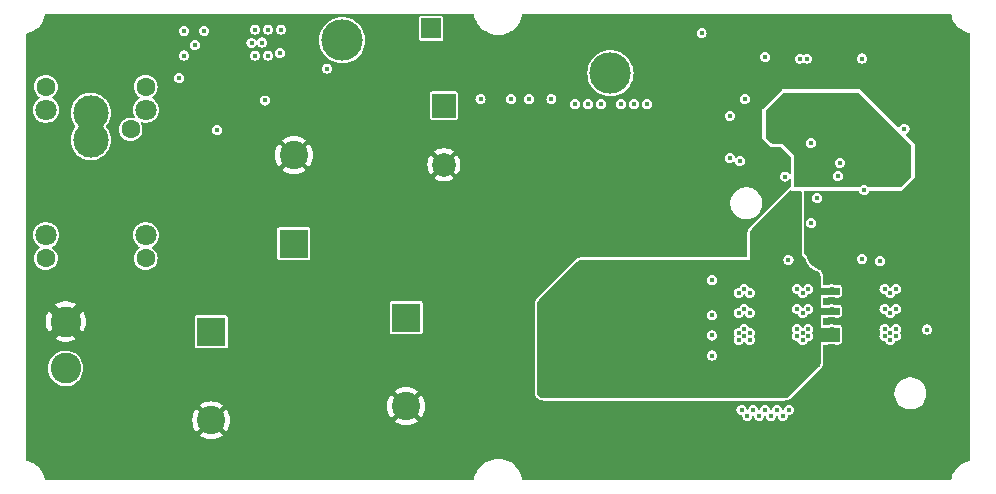
<source format=gbr>
%TF.GenerationSoftware,KiCad,Pcbnew,8.0.4*%
%TF.CreationDate,2024-08-12T18:14:42+02:00*%
%TF.ProjectId,PowerAmpSupply,506f7765-7241-46d7-9053-7570706c792e,rev?*%
%TF.SameCoordinates,Original*%
%TF.FileFunction,Copper,L2,Inr*%
%TF.FilePolarity,Positive*%
%FSLAX46Y46*%
G04 Gerber Fmt 4.6, Leading zero omitted, Abs format (unit mm)*
G04 Created by KiCad (PCBNEW 8.0.4) date 2024-08-12 18:14:42*
%MOMM*%
%LPD*%
G01*
G04 APERTURE LIST*
%TA.AperFunction,Conductor*%
%ADD10C,0.100000*%
%TD*%
%TA.AperFunction,ComponentPad*%
%ADD11C,3.500000*%
%TD*%
%TA.AperFunction,ComponentPad*%
%ADD12C,2.600000*%
%TD*%
%TA.AperFunction,ComponentPad*%
%ADD13R,1.700000X1.700000*%
%TD*%
%TA.AperFunction,ComponentPad*%
%ADD14R,2.400000X2.400000*%
%TD*%
%TA.AperFunction,ComponentPad*%
%ADD15C,2.400000*%
%TD*%
%TA.AperFunction,ComponentPad*%
%ADD16R,2.000000X2.000000*%
%TD*%
%TA.AperFunction,ComponentPad*%
%ADD17C,2.000000*%
%TD*%
%TA.AperFunction,ComponentPad*%
%ADD18C,3.000000*%
%TD*%
%TA.AperFunction,ComponentPad*%
%ADD19C,1.600000*%
%TD*%
%TA.AperFunction,ComponentPad*%
%ADD20C,1.800000*%
%TD*%
%TA.AperFunction,ViaPad*%
%ADD21C,0.450000*%
%TD*%
G04 APERTURE END LIST*
%TO.N,/SW*%
D10*
X176750000Y-103450000D02*
X178850000Y-103450000D01*
X178850000Y-104000000D01*
X176750000Y-104000000D01*
X176750000Y-103450000D01*
%TA.AperFunction,Conductor*%
G36*
X176750000Y-103450000D02*
G01*
X178850000Y-103450000D01*
X178850000Y-104000000D01*
X176750000Y-104000000D01*
X176750000Y-103450000D01*
G37*
%TD.AperFunction*%
X176750000Y-105150000D02*
X178850000Y-105150000D01*
X178850000Y-105700000D01*
X176750000Y-105700000D01*
X176750000Y-105150000D01*
%TA.AperFunction,Conductor*%
G36*
X176750000Y-105150000D02*
G01*
X178850000Y-105150000D01*
X178850000Y-105700000D01*
X176750000Y-105700000D01*
X176750000Y-105150000D01*
G37*
%TD.AperFunction*%
X176750000Y-106850000D02*
X178850000Y-106850000D01*
X178850000Y-108000000D01*
X176750000Y-108000000D01*
X176750000Y-106850000D01*
%TA.AperFunction,Conductor*%
G36*
X176750000Y-106850000D02*
G01*
X178850000Y-106850000D01*
X178850000Y-108000000D01*
X176750000Y-108000000D01*
X176750000Y-106850000D01*
G37*
%TD.AperFunction*%
%TD*%
D11*
%TO.N,/VIN*%
%TO.C,J2*%
X159500000Y-85300000D03*
%TD*%
D12*
%TO.N,/VOUT_FUSED*%
%TO.C,J6*%
X113375000Y-110281200D03*
%TO.N,GND*%
X113375000Y-106318800D03*
%TD*%
D13*
%TO.N,Net-(J7-Pin_1)*%
%TO.C,J7*%
X144300000Y-81500000D03*
%TD*%
D14*
%TO.N,/VOUT*%
%TO.C,C28*%
X125700000Y-107187246D03*
D15*
%TO.N,GND*%
X125700000Y-114687246D03*
%TD*%
D16*
%TO.N,/VIN*%
%TO.C,C7*%
X145400000Y-88032323D03*
D17*
%TO.N,GND*%
X145400000Y-93032323D03*
%TD*%
D18*
%TO.N,GND*%
%TO.C,J5*%
X115500000Y-96450000D03*
X115500000Y-98750000D03*
%TO.N,/Inrush Limit/IN*%
X115500000Y-88650000D03*
X115500000Y-90950000D03*
D19*
%TO.N,GND*%
X118875000Y-97350000D03*
X118875000Y-93700000D03*
%TO.N,unconnected-(J5-Pin_5-Pad5)*%
X118875000Y-90050000D03*
%TO.N,N/C*%
X111700000Y-86450000D03*
D20*
X111700000Y-88400000D03*
X111700000Y-99000000D03*
D19*
X111700000Y-100950000D03*
X120150000Y-86450000D03*
D20*
X120150000Y-88400000D03*
X120150000Y-99000000D03*
D19*
X120150000Y-100950000D03*
%TD*%
D14*
%TO.N,/VOUT*%
%TO.C,C26*%
X142200000Y-105987246D03*
D15*
%TO.N,GND*%
X142200000Y-113487246D03*
%TD*%
D11*
%TO.N,GND*%
%TO.C,J3*%
X122800000Y-94000000D03*
%TD*%
D14*
%TO.N,/VOUT*%
%TO.C,C27*%
X132700000Y-99712755D03*
D15*
%TO.N,GND*%
X132700000Y-92212755D03*
%TD*%
D11*
%TO.N,/VIN*%
%TO.C,J1*%
X136800000Y-82500000D03*
%TD*%
%TO.N,GND*%
%TO.C,J4*%
X177800000Y-100300000D03*
%TD*%
D21*
%TO.N,Net-(Q5-D)*%
X124300000Y-82900000D03*
X123400000Y-83800000D03*
X125100000Y-81700000D03*
X123400000Y-81700000D03*
X130000000Y-82700000D03*
X131500000Y-83600000D03*
X130500000Y-83800000D03*
X129400000Y-83800000D03*
X129400000Y-81600000D03*
X130500000Y-81600000D03*
X131600000Y-81600000D03*
%TO.N,/VOUT_FUSED*%
X169600000Y-88910000D03*
X169600000Y-92490000D03*
%TO.N,GND*%
X131760000Y-85460000D03*
X134070000Y-87630000D03*
X123900000Y-87500000D03*
X129700000Y-86100000D03*
X128600000Y-87100000D03*
X129400000Y-87100000D03*
X129400000Y-88100000D03*
X128600000Y-88100000D03*
%TO.N,/Inrush Limit/EN*%
X126200000Y-90125000D03*
%TO.N,Net-(D5-K)*%
X135489584Y-84905000D03*
%TO.N,Net-(Q5-D)*%
X129110000Y-82730000D03*
%TO.N,/Inrush Limit/IN*%
X123000000Y-85701545D03*
%TO.N,Net-(U5-FB)*%
X130260000Y-87600000D03*
%TO.N,/VIN*%
X158700000Y-87900000D03*
X152600000Y-87500000D03*
X148500000Y-87500000D03*
X156500000Y-87900000D03*
X160400000Y-87900000D03*
X176500000Y-98000000D03*
X157600000Y-87900000D03*
X180975000Y-95200000D03*
X162600000Y-87900000D03*
X161500000Y-87900000D03*
X151100000Y-87500000D03*
X154500000Y-87500000D03*
%TO.N,GND*%
X177750000Y-106425000D03*
X177750000Y-102425000D03*
X174984082Y-89200000D03*
X183500000Y-101000000D03*
X183180000Y-104725000D03*
X178690000Y-106425000D03*
X174280000Y-89410000D03*
X173700000Y-82600000D03*
X172000000Y-90400000D03*
X160300000Y-117200000D03*
X187300000Y-110900000D03*
X171000000Y-82600000D03*
X180400000Y-85600000D03*
X183700000Y-94500000D03*
X178220000Y-102725000D03*
X180300000Y-113500000D03*
X177000000Y-94000000D03*
X153200000Y-90900000D03*
X181400000Y-83100000D03*
X183650000Y-104425000D03*
X168600000Y-117800000D03*
X184200000Y-92000000D03*
X165300000Y-86700000D03*
X184500000Y-101300000D03*
X188100000Y-102800000D03*
X179500000Y-97810000D03*
X154800000Y-98900000D03*
X180940000Y-101860000D03*
X157000000Y-117200000D03*
X169100000Y-98700000D03*
X178690000Y-104725000D03*
X170200000Y-117200000D03*
X182800000Y-97900000D03*
X154800000Y-96300000D03*
X183180000Y-106425000D03*
X188100000Y-105700000D03*
X183400000Y-88700000D03*
X184200000Y-116800000D03*
X175800000Y-92800000D03*
X175900000Y-94300000D03*
X171900000Y-117800000D03*
X172900000Y-86200000D03*
X178690000Y-103025000D03*
X164700000Y-99000000D03*
X168000000Y-85600000D03*
X175600000Y-115900000D03*
X183650000Y-106125000D03*
X178300000Y-83100000D03*
X148500000Y-90800000D03*
X180100000Y-90700000D03*
X158100000Y-98900000D03*
X177900000Y-113800000D03*
X182700000Y-92000000D03*
X177600000Y-111000000D03*
X165300000Y-117800000D03*
X158100000Y-96200000D03*
X178690000Y-102425000D03*
X161400000Y-99200000D03*
X173500000Y-117200000D03*
X175800000Y-90400000D03*
X168100000Y-96900000D03*
X177930000Y-95720000D03*
X144600000Y-83600000D03*
X164200000Y-81500000D03*
X158700000Y-117800000D03*
X166900000Y-80800000D03*
X182710000Y-106125000D03*
X186400000Y-109500000D03*
X188100000Y-107100000D03*
X168000000Y-100200000D03*
X174000000Y-92000000D03*
X180370000Y-101860000D03*
X188100000Y-104300000D03*
X181900000Y-90800000D03*
X162000000Y-117800000D03*
X180200000Y-80800000D03*
X171300000Y-92100000D03*
X152700000Y-98600000D03*
X169200000Y-87500000D03*
X175500000Y-85200000D03*
X183500000Y-90800000D03*
X187400000Y-108400000D03*
X187000000Y-103500000D03*
X187700000Y-100100000D03*
X181200000Y-92000000D03*
X178220000Y-104425000D03*
X177100000Y-88700000D03*
X182710000Y-104425000D03*
X177300000Y-93200000D03*
X164700000Y-100400000D03*
X188900000Y-87100000D03*
X183700000Y-95900000D03*
X154800000Y-115900000D03*
X148500000Y-93400000D03*
X172800000Y-82600000D03*
X178200000Y-87600000D03*
X167000000Y-93600000D03*
X166900000Y-117200000D03*
X169000000Y-91900000D03*
X151800000Y-90800000D03*
X183600000Y-83800000D03*
X146500000Y-82000000D03*
X186700000Y-99200000D03*
X163600000Y-117200000D03*
X180100000Y-88800000D03*
X178220000Y-102125000D03*
X179000000Y-113900000D03*
X175100000Y-87200000D03*
X176200000Y-83000000D03*
X151800000Y-93400000D03*
X184100000Y-100300000D03*
X175400000Y-80700000D03*
X185200000Y-99300000D03*
X187700000Y-101500000D03*
X178220000Y-106125000D03*
X170300000Y-100500000D03*
X172000000Y-85500000D03*
X171900000Y-82600000D03*
X161300000Y-96200000D03*
X181700000Y-89200000D03*
X185000000Y-87800000D03*
X177750000Y-104725000D03*
X176300000Y-89600000D03*
X177750000Y-103025000D03*
%TO.N,/VOUT*%
X171600000Y-113800000D03*
X171290000Y-107875000D03*
X168100000Y-105800000D03*
X170350000Y-107275000D03*
X175310000Y-103575000D03*
X176250000Y-105275000D03*
X173100000Y-114300000D03*
X168100000Y-107500000D03*
X170350000Y-105575000D03*
X171290000Y-103875000D03*
X174600000Y-113800000D03*
X175780000Y-107875000D03*
X175780000Y-105575000D03*
X176250000Y-103575000D03*
X172100000Y-114300000D03*
X170820000Y-105275000D03*
X171100000Y-114300000D03*
X170350000Y-107875000D03*
X176250000Y-106975000D03*
X175780000Y-107275000D03*
X170600000Y-113800000D03*
X170450000Y-92750000D03*
X175780000Y-103875000D03*
X170875000Y-87500000D03*
X172600000Y-113800000D03*
X175310000Y-107575000D03*
X175310000Y-105275000D03*
X171290000Y-107275000D03*
X168100000Y-102800000D03*
X170820000Y-107575000D03*
X170820000Y-103575000D03*
X170350000Y-103875000D03*
X175310000Y-106975000D03*
X171290000Y-105575000D03*
X168100000Y-109200000D03*
X174100000Y-114300000D03*
X170820000Y-106975000D03*
X176250000Y-107575000D03*
X173600000Y-113800000D03*
%TO.N,Net-(JP1-B)*%
X178750000Y-94000000D03*
X177000000Y-95880000D03*
%TO.N,Net-(Q1-G)*%
X174572500Y-101100000D03*
%TO.N,Net-(Q3-G)*%
X182320000Y-101190000D03*
%TO.N,Net-(JP1-C)*%
X178920000Y-92880000D03*
%TO.N,/VTRK*%
X176470000Y-91220000D03*
%TO.N,/PGOOD*%
X184390000Y-90020000D03*
X174250000Y-94040000D03*
%TO.N,/SW*%
X183180000Y-105575000D03*
X164800000Y-107000000D03*
X176250000Y-104425000D03*
X171290000Y-102425000D03*
X178690000Y-107875000D03*
X183180000Y-107275000D03*
X175310000Y-106125000D03*
X171290000Y-103025000D03*
X178220000Y-103575000D03*
X162100000Y-107000000D03*
X154300000Y-110900000D03*
X174300000Y-96590000D03*
X159500000Y-107000000D03*
X175780000Y-106425000D03*
X170820000Y-104425000D03*
X183180000Y-103875000D03*
X175310000Y-104425000D03*
X170350000Y-106425000D03*
X182710000Y-105275000D03*
X176250000Y-106125000D03*
X171290000Y-104725000D03*
X170350000Y-104725000D03*
X162100000Y-108900000D03*
X174510000Y-99310000D03*
X173540000Y-101860000D03*
X175780000Y-104725000D03*
X156800000Y-110900000D03*
X156800000Y-108900000D03*
X183650000Y-107575000D03*
X170350000Y-103025000D03*
X164800000Y-108900000D03*
X178220000Y-107575000D03*
X178220000Y-106975000D03*
X186300000Y-107000000D03*
X154300000Y-107000000D03*
X171290000Y-106425000D03*
X170820000Y-102125000D03*
X182710000Y-106975000D03*
X177750000Y-105575000D03*
X177750000Y-107875000D03*
X183650000Y-105275000D03*
X171700000Y-100030000D03*
X183650000Y-106975000D03*
X182710000Y-107575000D03*
X159500000Y-110900000D03*
X178220000Y-105275000D03*
X156800000Y-107000000D03*
X178690000Y-103875000D03*
X177750000Y-103875000D03*
X177750000Y-107275000D03*
X175340000Y-95650000D03*
X164800000Y-110900000D03*
X178690000Y-107275000D03*
X178690000Y-105575000D03*
X162100000Y-110900000D03*
X170820000Y-106125000D03*
X154300000Y-108900000D03*
X170820000Y-102725000D03*
X159500000Y-108900000D03*
X170350000Y-102425000D03*
X172970000Y-101860000D03*
X175620000Y-101220000D03*
X183650000Y-103575000D03*
X183180000Y-107875000D03*
X182710000Y-103575000D03*
%TO.N,+12V*%
X176160000Y-84060000D03*
X172595000Y-83900000D03*
X167220000Y-81910000D03*
X175550000Y-84060000D03*
%TO.N,Net-(M1-+)*%
X180800000Y-84050000D03*
%TO.N,Net-(R21-Pad2)*%
X180797500Y-101000000D03*
%TD*%
%TA.AperFunction,Conductor*%
%TO.N,GND*%
G36*
X180559542Y-86971674D02*
G01*
X184928326Y-91340458D01*
X184950000Y-91392784D01*
X184950000Y-94007216D01*
X184928326Y-94059542D01*
X184059542Y-94928326D01*
X184007216Y-94950000D01*
X181357400Y-94950000D01*
X181305074Y-94928326D01*
X181228219Y-94851471D01*
X181108126Y-94790281D01*
X181108126Y-94790280D01*
X180975000Y-94769196D01*
X180841873Y-94790280D01*
X180841873Y-94790281D01*
X180721780Y-94851471D01*
X180721779Y-94851472D01*
X180644926Y-94928326D01*
X180592600Y-94950000D01*
X175124000Y-94950000D01*
X175071674Y-94928326D01*
X175050000Y-94876000D01*
X175050000Y-94000000D01*
X178319196Y-94000000D01*
X178340280Y-94133126D01*
X178401471Y-94253219D01*
X178401472Y-94253220D01*
X178496780Y-94348528D01*
X178616873Y-94409718D01*
X178616873Y-94409719D01*
X178635075Y-94412601D01*
X178750000Y-94430804D01*
X178883126Y-94409719D01*
X179003220Y-94348528D01*
X179098528Y-94253220D01*
X179159719Y-94133126D01*
X179180804Y-94000000D01*
X179159719Y-93866874D01*
X179159719Y-93866873D01*
X179098528Y-93746780D01*
X179003219Y-93651471D01*
X178883126Y-93590281D01*
X178883126Y-93590280D01*
X178750000Y-93569196D01*
X178616873Y-93590280D01*
X178616873Y-93590281D01*
X178496780Y-93651471D01*
X178401471Y-93746780D01*
X178340281Y-93866873D01*
X178340280Y-93866873D01*
X178319196Y-94000000D01*
X175050000Y-94000000D01*
X175050000Y-92880000D01*
X178489196Y-92880000D01*
X178510280Y-93013126D01*
X178571471Y-93133219D01*
X178571472Y-93133220D01*
X178666780Y-93228528D01*
X178786873Y-93289718D01*
X178786873Y-93289719D01*
X178805075Y-93292601D01*
X178920000Y-93310804D01*
X179053126Y-93289719D01*
X179173220Y-93228528D01*
X179268528Y-93133220D01*
X179329719Y-93013126D01*
X179350804Y-92880000D01*
X179329719Y-92746874D01*
X179329719Y-92746873D01*
X179268528Y-92626780D01*
X179173219Y-92531471D01*
X179053126Y-92470281D01*
X179053126Y-92470280D01*
X178920000Y-92449196D01*
X178786873Y-92470280D01*
X178786873Y-92470281D01*
X178666780Y-92531471D01*
X178571471Y-92626780D01*
X178510281Y-92746873D01*
X178510280Y-92746873D01*
X178489196Y-92880000D01*
X175050000Y-92880000D01*
X175050000Y-92299999D01*
X175047118Y-92270736D01*
X175040557Y-92254900D01*
X175040554Y-92254892D01*
X175024721Y-92216664D01*
X175006066Y-92193934D01*
X174106066Y-91293934D01*
X174083335Y-91275279D01*
X174083332Y-91275278D01*
X174083331Y-91275277D01*
X174051661Y-91262159D01*
X174051661Y-91262158D01*
X174029266Y-91252882D01*
X174029262Y-91252881D01*
X174003195Y-91250314D01*
X174000000Y-91250000D01*
X173999999Y-91250000D01*
X173192784Y-91250000D01*
X173140458Y-91228326D01*
X173132132Y-91220000D01*
X176039196Y-91220000D01*
X176060280Y-91353126D01*
X176110984Y-91452637D01*
X176121472Y-91473220D01*
X176216780Y-91568528D01*
X176336873Y-91629718D01*
X176336873Y-91629719D01*
X176353315Y-91632323D01*
X176470000Y-91650804D01*
X176603126Y-91629719D01*
X176723220Y-91568528D01*
X176818528Y-91473220D01*
X176879719Y-91353126D01*
X176900804Y-91220000D01*
X176879719Y-91086874D01*
X176879719Y-91086873D01*
X176818528Y-90966780D01*
X176723219Y-90871471D01*
X176603126Y-90810281D01*
X176603126Y-90810280D01*
X176470000Y-90789196D01*
X176336873Y-90810280D01*
X176336873Y-90810281D01*
X176216780Y-90871471D01*
X176121471Y-90966780D01*
X176060281Y-91086873D01*
X176060280Y-91086873D01*
X176039196Y-91220000D01*
X173132132Y-91220000D01*
X172671674Y-90759542D01*
X172650000Y-90707216D01*
X172650000Y-88492784D01*
X172671674Y-88440458D01*
X174140458Y-86971674D01*
X174192784Y-86950000D01*
X180507216Y-86950000D01*
X180559542Y-86971674D01*
G37*
%TD.AperFunction*%
%TA.AperFunction,Conductor*%
G36*
X147959326Y-80322174D02*
G01*
X147980311Y-80364424D01*
X147987696Y-80418159D01*
X148063379Y-80688273D01*
X148175137Y-80945566D01*
X148175142Y-80945576D01*
X148320883Y-81185237D01*
X148320895Y-81185254D01*
X148423830Y-81311777D01*
X148497919Y-81402845D01*
X148702931Y-81594312D01*
X148932104Y-81756081D01*
X149181170Y-81885136D01*
X149181173Y-81885137D01*
X149181175Y-81885138D01*
X149445479Y-81979072D01*
X149445486Y-81979073D01*
X149445489Y-81979075D01*
X149445492Y-81979075D01*
X149445497Y-81979077D01*
X149720126Y-82036146D01*
X149720134Y-82036147D01*
X149720138Y-82036148D01*
X149720140Y-82036148D01*
X149720146Y-82036149D01*
X149999993Y-82055291D01*
X150000000Y-82055291D01*
X150000007Y-82055291D01*
X150279853Y-82036149D01*
X150279857Y-82036148D01*
X150279862Y-82036148D01*
X150279868Y-82036146D01*
X150279873Y-82036146D01*
X150554502Y-81979077D01*
X150554503Y-81979076D01*
X150554511Y-81979075D01*
X150554517Y-81979072D01*
X150554520Y-81979072D01*
X150748869Y-81910000D01*
X166789196Y-81910000D01*
X166810280Y-82043126D01*
X166854955Y-82130804D01*
X166871472Y-82163220D01*
X166966780Y-82258528D01*
X167086873Y-82319718D01*
X167086873Y-82319719D01*
X167090422Y-82320281D01*
X167220000Y-82340804D01*
X167353126Y-82319719D01*
X167473220Y-82258528D01*
X167568528Y-82163220D01*
X167629719Y-82043126D01*
X167650804Y-81910000D01*
X167629719Y-81776874D01*
X167629719Y-81776873D01*
X167568528Y-81656780D01*
X167473219Y-81561471D01*
X167353126Y-81500281D01*
X167353126Y-81500280D01*
X167220000Y-81479196D01*
X167086873Y-81500280D01*
X167086873Y-81500281D01*
X166966780Y-81561471D01*
X166871471Y-81656780D01*
X166810281Y-81776873D01*
X166810280Y-81776873D01*
X166789196Y-81910000D01*
X150748869Y-81910000D01*
X150818824Y-81885138D01*
X150818823Y-81885138D01*
X150818830Y-81885136D01*
X151067896Y-81756081D01*
X151297069Y-81594312D01*
X151502081Y-81402845D01*
X151679111Y-81185246D01*
X151824862Y-80945568D01*
X151936620Y-80688275D01*
X152012303Y-80418161D01*
X152019689Y-80364424D01*
X152048286Y-80315537D01*
X152093000Y-80300500D01*
X188307766Y-80300500D01*
X188360092Y-80322174D01*
X188381133Y-80364845D01*
X188382015Y-80371552D01*
X188382016Y-80371557D01*
X188446497Y-80612205D01*
X188541834Y-80842369D01*
X188541835Y-80842372D01*
X188666398Y-81058123D01*
X188666402Y-81058129D01*
X188763949Y-81185254D01*
X188818062Y-81255776D01*
X188994224Y-81431938D01*
X189033239Y-81461875D01*
X189191870Y-81583597D01*
X189191876Y-81583601D01*
X189318627Y-81656780D01*
X189407627Y-81708164D01*
X189637793Y-81803502D01*
X189878435Y-81867982D01*
X189878437Y-81867982D01*
X189878440Y-81867983D01*
X189878439Y-81867983D01*
X189885156Y-81868867D01*
X189934207Y-81897184D01*
X189949500Y-81942234D01*
X189949500Y-118057765D01*
X189927826Y-118110091D01*
X189885163Y-118131131D01*
X189878450Y-118132015D01*
X189878442Y-118132016D01*
X189637794Y-118196497D01*
X189407630Y-118291834D01*
X189407627Y-118291835D01*
X189191876Y-118416398D01*
X189191870Y-118416402D01*
X188994223Y-118568062D01*
X188818062Y-118744223D01*
X188666402Y-118941870D01*
X188666398Y-118941876D01*
X188541835Y-119157627D01*
X188541834Y-119157630D01*
X188446497Y-119387794D01*
X188382016Y-119628442D01*
X188382015Y-119628447D01*
X188381133Y-119635155D01*
X188352817Y-119684206D01*
X188307766Y-119699500D01*
X152093000Y-119699500D01*
X152040674Y-119677826D01*
X152019689Y-119635576D01*
X152012303Y-119581840D01*
X151964167Y-119410039D01*
X151936620Y-119311725D01*
X151824862Y-119054432D01*
X151776588Y-118975049D01*
X151679116Y-118814762D01*
X151679115Y-118814760D01*
X151679111Y-118814754D01*
X151502081Y-118597155D01*
X151500589Y-118595762D01*
X151438875Y-118538125D01*
X151297069Y-118405688D01*
X151067896Y-118243919D01*
X150818830Y-118114864D01*
X150818829Y-118114863D01*
X150818824Y-118114861D01*
X150554520Y-118020927D01*
X150554502Y-118020922D01*
X150279873Y-117963853D01*
X150279853Y-117963850D01*
X150000007Y-117944709D01*
X149999993Y-117944709D01*
X149720146Y-117963850D01*
X149720126Y-117963853D01*
X149445497Y-118020922D01*
X149445479Y-118020927D01*
X149181175Y-118114861D01*
X148932104Y-118243919D01*
X148702933Y-118405686D01*
X148497920Y-118597153D01*
X148320895Y-118814745D01*
X148320883Y-118814762D01*
X148175142Y-119054423D01*
X148175137Y-119054433D01*
X148063379Y-119311726D01*
X147987696Y-119581840D01*
X147980311Y-119635576D01*
X147951714Y-119684463D01*
X147907000Y-119699500D01*
X111692234Y-119699500D01*
X111639908Y-119677826D01*
X111618867Y-119635155D01*
X111617984Y-119628447D01*
X111617983Y-119628442D01*
X111617982Y-119628441D01*
X111617982Y-119628435D01*
X111553502Y-119387793D01*
X111458164Y-119157627D01*
X111398585Y-119054432D01*
X111333601Y-118941876D01*
X111333597Y-118941870D01*
X111236057Y-118814754D01*
X111181938Y-118744224D01*
X111005776Y-118568062D01*
X110966761Y-118538125D01*
X110808129Y-118416402D01*
X110808123Y-118416398D01*
X110592372Y-118291835D01*
X110592369Y-118291834D01*
X110362205Y-118196497D01*
X110178422Y-118147252D01*
X110121565Y-118132018D01*
X110121563Y-118132017D01*
X110121557Y-118132016D01*
X110121549Y-118132015D01*
X110114837Y-118131131D01*
X110065789Y-118102810D01*
X110050500Y-118057765D01*
X110050500Y-114687246D01*
X124095052Y-114687246D01*
X124114811Y-114938315D01*
X124173602Y-115183198D01*
X124269982Y-115415879D01*
X124269986Y-115415886D01*
X124401569Y-115630610D01*
X124401572Y-115630615D01*
X124434837Y-115669563D01*
X124434838Y-115669563D01*
X125157241Y-114947159D01*
X125219881Y-115055654D01*
X125331592Y-115167365D01*
X125440084Y-115230003D01*
X124717681Y-115952407D01*
X124756630Y-115985673D01*
X124756635Y-115985676D01*
X124971359Y-116117259D01*
X124971366Y-116117263D01*
X125204047Y-116213643D01*
X125448930Y-116272434D01*
X125448929Y-116272434D01*
X125700000Y-116292193D01*
X125951069Y-116272434D01*
X126195952Y-116213643D01*
X126428633Y-116117263D01*
X126428640Y-116117259D01*
X126643362Y-115985677D01*
X126643363Y-115985676D01*
X126682317Y-115952407D01*
X126682317Y-115952406D01*
X125959914Y-115230003D01*
X126068408Y-115167365D01*
X126180119Y-115055654D01*
X126242757Y-114947160D01*
X126965160Y-115669563D01*
X126965161Y-115669563D01*
X126998430Y-115630609D01*
X126998431Y-115630608D01*
X127130013Y-115415886D01*
X127130017Y-115415879D01*
X127226397Y-115183198D01*
X127285188Y-114938315D01*
X127304947Y-114687246D01*
X127285188Y-114436176D01*
X127226397Y-114191293D01*
X127130017Y-113958612D01*
X127130013Y-113958605D01*
X126998430Y-113743881D01*
X126998427Y-113743876D01*
X126965161Y-113704927D01*
X126242757Y-114427330D01*
X126180119Y-114318838D01*
X126068408Y-114207127D01*
X125959913Y-114144487D01*
X126617155Y-113487246D01*
X140595052Y-113487246D01*
X140614811Y-113738315D01*
X140673602Y-113983198D01*
X140769982Y-114215879D01*
X140769986Y-114215886D01*
X140901569Y-114430610D01*
X140901572Y-114430615D01*
X140934837Y-114469563D01*
X140934838Y-114469563D01*
X141657241Y-113747159D01*
X141719881Y-113855654D01*
X141831592Y-113967365D01*
X141940084Y-114030003D01*
X141217681Y-114752407D01*
X141256630Y-114785673D01*
X141256635Y-114785676D01*
X141471359Y-114917259D01*
X141471366Y-114917263D01*
X141704047Y-115013643D01*
X141948930Y-115072434D01*
X141948929Y-115072434D01*
X142200000Y-115092193D01*
X142451069Y-115072434D01*
X142695952Y-115013643D01*
X142928633Y-114917263D01*
X142928640Y-114917259D01*
X143143362Y-114785677D01*
X143143363Y-114785676D01*
X143182317Y-114752407D01*
X143182317Y-114752406D01*
X142459914Y-114030003D01*
X142568408Y-113967365D01*
X142680119Y-113855654D01*
X142742757Y-113747160D01*
X143465160Y-114469563D01*
X143465161Y-114469563D01*
X143498430Y-114430609D01*
X143498431Y-114430608D01*
X143630013Y-114215886D01*
X143630017Y-114215879D01*
X143726397Y-113983198D01*
X143770379Y-113800000D01*
X170169196Y-113800000D01*
X170190280Y-113933126D01*
X170247975Y-114046357D01*
X170251472Y-114053220D01*
X170346780Y-114148528D01*
X170466873Y-114209718D01*
X170466873Y-114209719D01*
X170605752Y-114231715D01*
X170605237Y-114234963D01*
X170647522Y-114252478D01*
X170665036Y-114294762D01*
X170668285Y-114294248D01*
X170690280Y-114433126D01*
X170751471Y-114553219D01*
X170751472Y-114553220D01*
X170846780Y-114648528D01*
X170966873Y-114709718D01*
X170966873Y-114709719D01*
X170985075Y-114712601D01*
X171100000Y-114730804D01*
X171233126Y-114709719D01*
X171353220Y-114648528D01*
X171448528Y-114553220D01*
X171509719Y-114433126D01*
X171526911Y-114324578D01*
X171556504Y-114276288D01*
X171611576Y-114263066D01*
X171659867Y-114292659D01*
X171673089Y-114324579D01*
X171690281Y-114433126D01*
X171708846Y-114469563D01*
X171751472Y-114553220D01*
X171846780Y-114648528D01*
X171966873Y-114709718D01*
X171966873Y-114709719D01*
X171985075Y-114712601D01*
X172100000Y-114730804D01*
X172233126Y-114709719D01*
X172353220Y-114648528D01*
X172448528Y-114553220D01*
X172509719Y-114433126D01*
X172526911Y-114324580D01*
X172556504Y-114276289D01*
X172611576Y-114263067D01*
X172659867Y-114292660D01*
X172673089Y-114324580D01*
X172690280Y-114433125D01*
X172690281Y-114433126D01*
X172708846Y-114469563D01*
X172751472Y-114553220D01*
X172846780Y-114648528D01*
X172966873Y-114709718D01*
X172966873Y-114709719D01*
X172985075Y-114712601D01*
X173100000Y-114730804D01*
X173233126Y-114709719D01*
X173353220Y-114648528D01*
X173448528Y-114553220D01*
X173509719Y-114433126D01*
X173526911Y-114324576D01*
X173556502Y-114276287D01*
X173611574Y-114263065D01*
X173659866Y-114292657D01*
X173673088Y-114324577D01*
X173690281Y-114433126D01*
X173708846Y-114469563D01*
X173751472Y-114553220D01*
X173846780Y-114648528D01*
X173966873Y-114709718D01*
X173966873Y-114709719D01*
X173985075Y-114712601D01*
X174100000Y-114730804D01*
X174233126Y-114709719D01*
X174353220Y-114648528D01*
X174448528Y-114553220D01*
X174509719Y-114433126D01*
X174530804Y-114300000D01*
X174530803Y-114299999D01*
X174531715Y-114294248D01*
X174534963Y-114294762D01*
X174552478Y-114252478D01*
X174594762Y-114234963D01*
X174594248Y-114231715D01*
X174733126Y-114209719D01*
X174853220Y-114148528D01*
X174948528Y-114053220D01*
X175009719Y-113933126D01*
X175030804Y-113800000D01*
X175009719Y-113666874D01*
X175009719Y-113666873D01*
X174948528Y-113546780D01*
X174853219Y-113451471D01*
X174733126Y-113390281D01*
X174733126Y-113390280D01*
X174600000Y-113369196D01*
X174466873Y-113390280D01*
X174466873Y-113390281D01*
X174346780Y-113451471D01*
X174251471Y-113546780D01*
X174190281Y-113666873D01*
X174190280Y-113666874D01*
X174173089Y-113775420D01*
X174143496Y-113823711D01*
X174088424Y-113836933D01*
X174040133Y-113807340D01*
X174026911Y-113775420D01*
X174009719Y-113666874D01*
X174009718Y-113666873D01*
X174003803Y-113655265D01*
X173948528Y-113546780D01*
X173853220Y-113451472D01*
X173853219Y-113451471D01*
X173733126Y-113390281D01*
X173733126Y-113390280D01*
X173600000Y-113369196D01*
X173466873Y-113390280D01*
X173466873Y-113390281D01*
X173346780Y-113451471D01*
X173251471Y-113546780D01*
X173190281Y-113666873D01*
X173190280Y-113666874D01*
X173173089Y-113775420D01*
X173143496Y-113823711D01*
X173088424Y-113836933D01*
X173040133Y-113807340D01*
X173026911Y-113775420D01*
X173009719Y-113666874D01*
X173009718Y-113666873D01*
X173003803Y-113655265D01*
X172948528Y-113546780D01*
X172853220Y-113451472D01*
X172853219Y-113451471D01*
X172733126Y-113390281D01*
X172733126Y-113390280D01*
X172600000Y-113369196D01*
X172466873Y-113390280D01*
X172466873Y-113390281D01*
X172346780Y-113451471D01*
X172251471Y-113546780D01*
X172190281Y-113666873D01*
X172190280Y-113666874D01*
X172173089Y-113775420D01*
X172143496Y-113823711D01*
X172088424Y-113836933D01*
X172040133Y-113807340D01*
X172026911Y-113775420D01*
X172009719Y-113666874D01*
X172009718Y-113666873D01*
X172003803Y-113655265D01*
X171948528Y-113546780D01*
X171853220Y-113451472D01*
X171853219Y-113451471D01*
X171733126Y-113390281D01*
X171733126Y-113390280D01*
X171600000Y-113369196D01*
X171466873Y-113390280D01*
X171466873Y-113390281D01*
X171346780Y-113451471D01*
X171251471Y-113546780D01*
X171190281Y-113666873D01*
X171190280Y-113666874D01*
X171173089Y-113775420D01*
X171143496Y-113823711D01*
X171088424Y-113836933D01*
X171040133Y-113807340D01*
X171026911Y-113775420D01*
X171009719Y-113666874D01*
X171009718Y-113666873D01*
X171003803Y-113655265D01*
X170948528Y-113546780D01*
X170853220Y-113451472D01*
X170853219Y-113451471D01*
X170733126Y-113390281D01*
X170733126Y-113390280D01*
X170600000Y-113369196D01*
X170466873Y-113390280D01*
X170466873Y-113390281D01*
X170346780Y-113451471D01*
X170251471Y-113546780D01*
X170190281Y-113666873D01*
X170190280Y-113666873D01*
X170169196Y-113800000D01*
X143770379Y-113800000D01*
X143785188Y-113738315D01*
X143804947Y-113487246D01*
X143785188Y-113236176D01*
X143726397Y-112991293D01*
X143630017Y-112758612D01*
X143630013Y-112758605D01*
X143498430Y-112543881D01*
X143498427Y-112543876D01*
X143465161Y-112504927D01*
X142742757Y-113227330D01*
X142680119Y-113118838D01*
X142568408Y-113007127D01*
X142459913Y-112944487D01*
X143182317Y-112222084D01*
X143182317Y-112222083D01*
X143143369Y-112188818D01*
X143143364Y-112188815D01*
X142928640Y-112057232D01*
X142928633Y-112057228D01*
X142695952Y-111960848D01*
X142451069Y-111902057D01*
X142451070Y-111902057D01*
X142200000Y-111882298D01*
X141948930Y-111902057D01*
X141704047Y-111960848D01*
X141471366Y-112057228D01*
X141471358Y-112057232D01*
X141256638Y-112188813D01*
X141217681Y-112222084D01*
X141940085Y-112944488D01*
X141831592Y-113007127D01*
X141719881Y-113118838D01*
X141657242Y-113227331D01*
X140934838Y-112504927D01*
X140901567Y-112543884D01*
X140769986Y-112758604D01*
X140769982Y-112758612D01*
X140673602Y-112991293D01*
X140614811Y-113236176D01*
X140595052Y-113487246D01*
X126617155Y-113487246D01*
X126682317Y-113422084D01*
X126682317Y-113422083D01*
X126643369Y-113388818D01*
X126643364Y-113388815D01*
X126428640Y-113257232D01*
X126428633Y-113257228D01*
X126195952Y-113160848D01*
X125951069Y-113102057D01*
X125951070Y-113102057D01*
X125700000Y-113082298D01*
X125448930Y-113102057D01*
X125204047Y-113160848D01*
X124971366Y-113257228D01*
X124971358Y-113257232D01*
X124756638Y-113388813D01*
X124717681Y-113422084D01*
X125440085Y-114144488D01*
X125331592Y-114207127D01*
X125219881Y-114318838D01*
X125157242Y-114427331D01*
X124434838Y-113704927D01*
X124401567Y-113743884D01*
X124269986Y-113958604D01*
X124269982Y-113958612D01*
X124173602Y-114191293D01*
X124114811Y-114436176D01*
X124095052Y-114687246D01*
X110050500Y-114687246D01*
X110050500Y-110281196D01*
X111869357Y-110281196D01*
X111869357Y-110281203D01*
X111889890Y-110529014D01*
X111950939Y-110770087D01*
X112050827Y-110997807D01*
X112186836Y-111205985D01*
X112355256Y-111388938D01*
X112551491Y-111541674D01*
X112770190Y-111660028D01*
X113005386Y-111740771D01*
X113250665Y-111781700D01*
X113499335Y-111781700D01*
X113744614Y-111740771D01*
X113979810Y-111660028D01*
X114198509Y-111541674D01*
X114394744Y-111388938D01*
X114563164Y-111205985D01*
X114699173Y-110997807D01*
X114799063Y-110770081D01*
X114860108Y-110529021D01*
X114879485Y-110295184D01*
X114880643Y-110281203D01*
X114880643Y-110281196D01*
X114860109Y-110033385D01*
X114860108Y-110033382D01*
X114860108Y-110033379D01*
X114799063Y-109792319D01*
X114699173Y-109564593D01*
X114563164Y-109356415D01*
X114394744Y-109173462D01*
X114198509Y-109020726D01*
X114115757Y-108975943D01*
X113979811Y-108902372D01*
X113867118Y-108863684D01*
X113744614Y-108821629D01*
X113744611Y-108821628D01*
X113744610Y-108821628D01*
X113499337Y-108780700D01*
X113499335Y-108780700D01*
X113250665Y-108780700D01*
X113250662Y-108780700D01*
X113005389Y-108821628D01*
X112770188Y-108902372D01*
X112551498Y-109020722D01*
X112551486Y-109020729D01*
X112355254Y-109173463D01*
X112186836Y-109356414D01*
X112050827Y-109564592D01*
X111950939Y-109792312D01*
X111889890Y-110033385D01*
X111869357Y-110281196D01*
X110050500Y-110281196D01*
X110050500Y-106318798D01*
X111670233Y-106318798D01*
X111670233Y-106318801D01*
X111689274Y-106572882D01*
X111745969Y-106821285D01*
X111839057Y-107058469D01*
X111923458Y-107204655D01*
X112520483Y-106607629D01*
X112577430Y-106745110D01*
X112675924Y-106892517D01*
X112801283Y-107017876D01*
X112948690Y-107116370D01*
X113086169Y-107173315D01*
X112487949Y-107771535D01*
X112522614Y-107795170D01*
X112752173Y-107905720D01*
X112752187Y-107905725D01*
X112995646Y-107980823D01*
X113247608Y-108018800D01*
X113502392Y-108018800D01*
X113754353Y-107980823D01*
X113997812Y-107905725D01*
X113997826Y-107905720D01*
X114227386Y-107795170D01*
X114262049Y-107771536D01*
X113663830Y-107173315D01*
X113801310Y-107116370D01*
X113948717Y-107017876D01*
X114074076Y-106892517D01*
X114172570Y-106745110D01*
X114229515Y-106607630D01*
X114826540Y-107204655D01*
X114910942Y-107058469D01*
X115004030Y-106821285D01*
X115060725Y-106572882D01*
X115079767Y-106318801D01*
X115079767Y-106318798D01*
X115060725Y-106064717D01*
X115038536Y-105967499D01*
X124299500Y-105967499D01*
X124299500Y-108406992D01*
X124311133Y-108465478D01*
X124340608Y-108509589D01*
X124355448Y-108531798D01*
X124399560Y-108561273D01*
X124421767Y-108576112D01*
X124421768Y-108576112D01*
X124421769Y-108576113D01*
X124480252Y-108587746D01*
X124480254Y-108587746D01*
X126919746Y-108587746D01*
X126919748Y-108587746D01*
X126978231Y-108576113D01*
X127044552Y-108531798D01*
X127088867Y-108465477D01*
X127100500Y-108406994D01*
X127100500Y-105967498D01*
X127088867Y-105909015D01*
X127044552Y-105842694D01*
X127022343Y-105827854D01*
X126978232Y-105798379D01*
X126978233Y-105798379D01*
X126948989Y-105792562D01*
X126919748Y-105786746D01*
X124480252Y-105786746D01*
X124451010Y-105792562D01*
X124421767Y-105798379D01*
X124355449Y-105842693D01*
X124355447Y-105842695D01*
X124311133Y-105909013D01*
X124299500Y-105967499D01*
X115038536Y-105967499D01*
X115004030Y-105816314D01*
X114910942Y-105579130D01*
X114826540Y-105432943D01*
X114229515Y-106029968D01*
X114172570Y-105892490D01*
X114074076Y-105745083D01*
X113948717Y-105619724D01*
X113801310Y-105521230D01*
X113663828Y-105464283D01*
X114262050Y-104866063D01*
X114262049Y-104866062D01*
X114227386Y-104842429D01*
X114227383Y-104842428D01*
X114071789Y-104767498D01*
X140799500Y-104767498D01*
X140799500Y-107206994D01*
X140803722Y-107228220D01*
X140811133Y-107265478D01*
X140817496Y-107275000D01*
X140855448Y-107331798D01*
X140880486Y-107348528D01*
X140921767Y-107376112D01*
X140921768Y-107376112D01*
X140921769Y-107376113D01*
X140980252Y-107387746D01*
X140980254Y-107387746D01*
X143419746Y-107387746D01*
X143419748Y-107387746D01*
X143478231Y-107376113D01*
X143544552Y-107331798D01*
X143588867Y-107265477D01*
X143600500Y-107206994D01*
X143600500Y-104811943D01*
X153094500Y-104811943D01*
X153094500Y-112295162D01*
X153094939Y-112308584D01*
X153095572Y-112318232D01*
X153096891Y-112331631D01*
X153112022Y-112446570D01*
X153112025Y-112446590D01*
X153117265Y-112472930D01*
X153117273Y-112472963D01*
X153122262Y-112491585D01*
X153122267Y-112491599D01*
X153130908Y-112517053D01*
X153173401Y-112619640D01*
X153185289Y-112643747D01*
X153185290Y-112643749D01*
X153194952Y-112660484D01*
X153209782Y-112682677D01*
X153209883Y-112682829D01*
X153277482Y-112770925D01*
X153295206Y-112791134D01*
X153308865Y-112804793D01*
X153329074Y-112822517D01*
X153417170Y-112890116D01*
X153417194Y-112890132D01*
X153439514Y-112905046D01*
X153439517Y-112905048D01*
X153439522Y-112905051D01*
X153456252Y-112914710D01*
X153480359Y-112926598D01*
X153582946Y-112969091D01*
X153608400Y-112977732D01*
X153608406Y-112977733D01*
X153608413Y-112977736D01*
X153627055Y-112982731D01*
X153627063Y-112982733D01*
X153653413Y-112987974D01*
X153653416Y-112987974D01*
X153653424Y-112987976D01*
X153768368Y-113003109D01*
X153781753Y-113004427D01*
X153791412Y-113005060D01*
X153793931Y-113005142D01*
X153804838Y-113005500D01*
X153804851Y-113005500D01*
X174288055Y-113005500D01*
X174298318Y-113005163D01*
X174301481Y-113005060D01*
X174311140Y-113004427D01*
X174324525Y-113003109D01*
X174439468Y-112987976D01*
X174465835Y-112982731D01*
X174484494Y-112977731D01*
X174509944Y-112969091D01*
X174612534Y-112926597D01*
X174636638Y-112914711D01*
X174653369Y-112905052D01*
X174653382Y-112905043D01*
X174653386Y-112905041D01*
X174664339Y-112897722D01*
X174675725Y-112890115D01*
X174767698Y-112819541D01*
X174778095Y-112811008D01*
X174785372Y-112804626D01*
X174795184Y-112795435D01*
X175297220Y-112293399D01*
X183545500Y-112293399D01*
X183545500Y-112506601D01*
X183573412Y-112682829D01*
X183578853Y-112717178D01*
X183578855Y-112717189D01*
X183644734Y-112919944D01*
X183644736Y-112919948D01*
X183741527Y-113109912D01*
X183847416Y-113255655D01*
X183866846Y-113282397D01*
X184017603Y-113433154D01*
X184017606Y-113433156D01*
X184017607Y-113433157D01*
X184190087Y-113558472D01*
X184190086Y-113558472D01*
X184380051Y-113655263D01*
X184380055Y-113655265D01*
X184582810Y-113721144D01*
X184582814Y-113721144D01*
X184582821Y-113721147D01*
X184764605Y-113749939D01*
X184793398Y-113754500D01*
X184793399Y-113754500D01*
X185006602Y-113754500D01*
X185031931Y-113750488D01*
X185217179Y-113721147D01*
X185217187Y-113721144D01*
X185217189Y-113721144D01*
X185419944Y-113655265D01*
X185419944Y-113655264D01*
X185419947Y-113655264D01*
X185609913Y-113558472D01*
X185782397Y-113433154D01*
X185933154Y-113282397D01*
X186058472Y-113109913D01*
X186155264Y-112919947D01*
X186165889Y-112887246D01*
X186221144Y-112717189D01*
X186221144Y-112717187D01*
X186221147Y-112717179D01*
X186254500Y-112506601D01*
X186254500Y-112293399D01*
X186221147Y-112082821D01*
X186221144Y-112082814D01*
X186221144Y-112082810D01*
X186155265Y-111880055D01*
X186155263Y-111880051D01*
X186058472Y-111690087D01*
X185933157Y-111517607D01*
X185933156Y-111517606D01*
X185933154Y-111517603D01*
X185782397Y-111366846D01*
X185782394Y-111366843D01*
X185782392Y-111366842D01*
X185609912Y-111241527D01*
X185609913Y-111241527D01*
X185419948Y-111144736D01*
X185419944Y-111144734D01*
X185217189Y-111078855D01*
X185217180Y-111078853D01*
X185217179Y-111078853D01*
X185111890Y-111062176D01*
X185006602Y-111045500D01*
X185006601Y-111045500D01*
X184793399Y-111045500D01*
X184793398Y-111045500D01*
X184582821Y-111078853D01*
X184582810Y-111078855D01*
X184380055Y-111144734D01*
X184380051Y-111144736D01*
X184190087Y-111241527D01*
X184017607Y-111366842D01*
X183866842Y-111517607D01*
X183741527Y-111690087D01*
X183644736Y-111880051D01*
X183644734Y-111880055D01*
X183578855Y-112082810D01*
X183578853Y-112082821D01*
X183556796Y-112222083D01*
X183545500Y-112293399D01*
X175297220Y-112293399D01*
X177295435Y-110295184D01*
X177304626Y-110285372D01*
X177311008Y-110278095D01*
X177319541Y-110267698D01*
X177390115Y-110175725D01*
X177405052Y-110153369D01*
X177414711Y-110136638D01*
X177426597Y-110112534D01*
X177469091Y-110009944D01*
X177477731Y-109984494D01*
X177482731Y-109965835D01*
X177487976Y-109939468D01*
X177503109Y-109824525D01*
X177504427Y-109811140D01*
X177505060Y-109801481D01*
X177505500Y-109788042D01*
X177505500Y-108348728D01*
X177527174Y-108296402D01*
X177579500Y-108274728D01*
X177613096Y-108282794D01*
X177616874Y-108284719D01*
X177750000Y-108305804D01*
X177883126Y-108284719D01*
X177902735Y-108274728D01*
X177934456Y-108258566D01*
X177968051Y-108250500D01*
X178471949Y-108250500D01*
X178505544Y-108258566D01*
X178556869Y-108284717D01*
X178556871Y-108284717D01*
X178556874Y-108284719D01*
X178690000Y-108305804D01*
X178823126Y-108284719D01*
X178875057Y-108258258D01*
X178894217Y-108251615D01*
X178899822Y-108250500D01*
X178899828Y-108250500D01*
X178991897Y-108212364D01*
X179062364Y-108141897D01*
X179100500Y-108049828D01*
X179100500Y-108009018D01*
X179101411Y-107997442D01*
X179104043Y-107980823D01*
X179120804Y-107875000D01*
X179101411Y-107752556D01*
X179100500Y-107740980D01*
X179100500Y-107409018D01*
X179101411Y-107397442D01*
X179109158Y-107348528D01*
X179120804Y-107275000D01*
X179101411Y-107152556D01*
X179100500Y-107140980D01*
X179100500Y-106975000D01*
X182279196Y-106975000D01*
X182300280Y-107108126D01*
X182361473Y-107228222D01*
X182363862Y-107231511D01*
X182377078Y-107286585D01*
X182363862Y-107318489D01*
X182361473Y-107321777D01*
X182300281Y-107441873D01*
X182300280Y-107441873D01*
X182279196Y-107575000D01*
X182300280Y-107708126D01*
X182344632Y-107795170D01*
X182361472Y-107828220D01*
X182456780Y-107923528D01*
X182576873Y-107984718D01*
X182576873Y-107984719D01*
X182597958Y-107988058D01*
X182710000Y-108005804D01*
X182711576Y-108005554D01*
X182712618Y-108005804D01*
X182715825Y-108005804D01*
X182715825Y-108006573D01*
X182766650Y-108018771D01*
X182789092Y-108045046D01*
X182813940Y-108093813D01*
X182831472Y-108128220D01*
X182926780Y-108223528D01*
X183046873Y-108284718D01*
X183046873Y-108284719D01*
X183065075Y-108287601D01*
X183180000Y-108305804D01*
X183313126Y-108284719D01*
X183433220Y-108223528D01*
X183528528Y-108128220D01*
X183570908Y-108045044D01*
X183613972Y-108008264D01*
X183644175Y-108005887D01*
X183644175Y-108005804D01*
X183645230Y-108005804D01*
X183648416Y-108005553D01*
X183650000Y-108005804D01*
X183783126Y-107984719D01*
X183903220Y-107923528D01*
X183998528Y-107828220D01*
X184059719Y-107708126D01*
X184080804Y-107575000D01*
X184059719Y-107441874D01*
X184059719Y-107441873D01*
X184003631Y-107331796D01*
X183998528Y-107321780D01*
X183998523Y-107321775D01*
X183996140Y-107318494D01*
X183982920Y-107263421D01*
X183996140Y-107231506D01*
X183998521Y-107228226D01*
X183998528Y-107228220D01*
X184059719Y-107108126D01*
X184076844Y-107000000D01*
X185869196Y-107000000D01*
X185890280Y-107133126D01*
X185951471Y-107253219D01*
X185951472Y-107253220D01*
X186046780Y-107348528D01*
X186166873Y-107409718D01*
X186166873Y-107409719D01*
X186185075Y-107412601D01*
X186300000Y-107430804D01*
X186433126Y-107409719D01*
X186553220Y-107348528D01*
X186648528Y-107253220D01*
X186709719Y-107133126D01*
X186730804Y-107000000D01*
X186709719Y-106866874D01*
X186709719Y-106866873D01*
X186648528Y-106746780D01*
X186553219Y-106651471D01*
X186433126Y-106590281D01*
X186433126Y-106590280D01*
X186300000Y-106569196D01*
X186166873Y-106590280D01*
X186166873Y-106590281D01*
X186046780Y-106651471D01*
X185951471Y-106746780D01*
X185890281Y-106866873D01*
X185890280Y-106866873D01*
X185869196Y-107000000D01*
X184076844Y-107000000D01*
X184080804Y-106975000D01*
X184060074Y-106844113D01*
X184059719Y-106841873D01*
X183998528Y-106721780D01*
X183903219Y-106626471D01*
X183783126Y-106565281D01*
X183783126Y-106565280D01*
X183650000Y-106544196D01*
X183516873Y-106565280D01*
X183516873Y-106565281D01*
X183396780Y-106626471D01*
X183301473Y-106721778D01*
X183259093Y-106804953D01*
X183216026Y-106841735D01*
X183185824Y-106844113D01*
X183185824Y-106844196D01*
X183184777Y-106844196D01*
X183181590Y-106844447D01*
X183180004Y-106844196D01*
X183179996Y-106844196D01*
X183178410Y-106844447D01*
X183177365Y-106844196D01*
X183174176Y-106844196D01*
X183174176Y-106843430D01*
X183123339Y-106831220D01*
X183100907Y-106804953D01*
X183070415Y-106745110D01*
X183058528Y-106721780D01*
X182963220Y-106626472D01*
X182963219Y-106626471D01*
X182843126Y-106565281D01*
X182843126Y-106565280D01*
X182710000Y-106544196D01*
X182576873Y-106565280D01*
X182576873Y-106565281D01*
X182456780Y-106626471D01*
X182361471Y-106721780D01*
X182300281Y-106841873D01*
X182300280Y-106841873D01*
X182279196Y-106975000D01*
X179100500Y-106975000D01*
X179100500Y-106800172D01*
X179100499Y-106800170D01*
X179062365Y-106708105D01*
X179062363Y-106708102D01*
X178991898Y-106637637D01*
X178991894Y-106637634D01*
X178899828Y-106599500D01*
X178438051Y-106599500D01*
X178404456Y-106591434D01*
X178353130Y-106565282D01*
X178353126Y-106565281D01*
X178220000Y-106544196D01*
X178086873Y-106565281D01*
X178086869Y-106565282D01*
X178035544Y-106591434D01*
X178001949Y-106599500D01*
X177579500Y-106599500D01*
X177527174Y-106577826D01*
X177505500Y-106525500D01*
X177505500Y-106048728D01*
X177527174Y-105996402D01*
X177579500Y-105974728D01*
X177613096Y-105982794D01*
X177616874Y-105984719D01*
X177750000Y-106005804D01*
X177883126Y-105984719D01*
X177902735Y-105974728D01*
X177934456Y-105958566D01*
X177968051Y-105950500D01*
X178471949Y-105950500D01*
X178505544Y-105958566D01*
X178556869Y-105984717D01*
X178556871Y-105984717D01*
X178556874Y-105984719D01*
X178690000Y-106005804D01*
X178823126Y-105984719D01*
X178875057Y-105958258D01*
X178894217Y-105951615D01*
X178899822Y-105950500D01*
X178899828Y-105950500D01*
X178991897Y-105912364D01*
X179062364Y-105841897D01*
X179100500Y-105749828D01*
X179100500Y-105709018D01*
X179101411Y-105697442D01*
X179103426Y-105684718D01*
X179120804Y-105575000D01*
X179101411Y-105452556D01*
X179100500Y-105440980D01*
X179100500Y-105275000D01*
X182279196Y-105275000D01*
X182300280Y-105408126D01*
X182357910Y-105521230D01*
X182361472Y-105528220D01*
X182456780Y-105623528D01*
X182576873Y-105684718D01*
X182576873Y-105684719D01*
X182597958Y-105688058D01*
X182710000Y-105705804D01*
X182711576Y-105705554D01*
X182712618Y-105705804D01*
X182715825Y-105705804D01*
X182715825Y-105706573D01*
X182766650Y-105718771D01*
X182789092Y-105745046D01*
X182810340Y-105786746D01*
X182831472Y-105828220D01*
X182926780Y-105923528D01*
X183046873Y-105984718D01*
X183046873Y-105984719D01*
X183065075Y-105987601D01*
X183180000Y-106005804D01*
X183313126Y-105984719D01*
X183433220Y-105923528D01*
X183528528Y-105828220D01*
X183570908Y-105745044D01*
X183613972Y-105708264D01*
X183644175Y-105705887D01*
X183644175Y-105705804D01*
X183645230Y-105705804D01*
X183648416Y-105705553D01*
X183650000Y-105705804D01*
X183783126Y-105684719D01*
X183903220Y-105623528D01*
X183998528Y-105528220D01*
X184059719Y-105408126D01*
X184080804Y-105275000D01*
X184060074Y-105144113D01*
X184059719Y-105141873D01*
X183998528Y-105021780D01*
X183903219Y-104926471D01*
X183783126Y-104865281D01*
X183783126Y-104865280D01*
X183650000Y-104844196D01*
X183516873Y-104865280D01*
X183516873Y-104865281D01*
X183396780Y-104926471D01*
X183301473Y-105021778D01*
X183259093Y-105104953D01*
X183216026Y-105141735D01*
X183185824Y-105144113D01*
X183185824Y-105144196D01*
X183184777Y-105144196D01*
X183181590Y-105144447D01*
X183180004Y-105144196D01*
X183179996Y-105144196D01*
X183178410Y-105144447D01*
X183177365Y-105144196D01*
X183174176Y-105144196D01*
X183174176Y-105143430D01*
X183123339Y-105131220D01*
X183100907Y-105104953D01*
X183093590Y-105090593D01*
X183058528Y-105021780D01*
X182963220Y-104926472D01*
X182963219Y-104926471D01*
X182843126Y-104865281D01*
X182843126Y-104865280D01*
X182710000Y-104844196D01*
X182576873Y-104865280D01*
X182576873Y-104865281D01*
X182456780Y-104926471D01*
X182361471Y-105021780D01*
X182300281Y-105141873D01*
X182300280Y-105141873D01*
X182279196Y-105275000D01*
X179100500Y-105275000D01*
X179100500Y-105100172D01*
X179100499Y-105100170D01*
X179062365Y-105008105D01*
X179062363Y-105008102D01*
X178991898Y-104937637D01*
X178991894Y-104937634D01*
X178899828Y-104899500D01*
X178438051Y-104899500D01*
X178404456Y-104891434D01*
X178353130Y-104865282D01*
X178353126Y-104865281D01*
X178220000Y-104844196D01*
X178086873Y-104865281D01*
X178086869Y-104865282D01*
X178035544Y-104891434D01*
X178001949Y-104899500D01*
X177579500Y-104899500D01*
X177527174Y-104877826D01*
X177505500Y-104825500D01*
X177505500Y-104348728D01*
X177527174Y-104296402D01*
X177579500Y-104274728D01*
X177613096Y-104282794D01*
X177616874Y-104284719D01*
X177750000Y-104305804D01*
X177883126Y-104284719D01*
X177902735Y-104274728D01*
X177934456Y-104258566D01*
X177968051Y-104250500D01*
X178471949Y-104250500D01*
X178505544Y-104258566D01*
X178556869Y-104284717D01*
X178556871Y-104284717D01*
X178556874Y-104284719D01*
X178690000Y-104305804D01*
X178823126Y-104284719D01*
X178875057Y-104258258D01*
X178894217Y-104251615D01*
X178899822Y-104250500D01*
X178899828Y-104250500D01*
X178991897Y-104212364D01*
X179062364Y-104141897D01*
X179100500Y-104049828D01*
X179100500Y-104009018D01*
X179101411Y-103997442D01*
X179103426Y-103984718D01*
X179120804Y-103875000D01*
X179101411Y-103752556D01*
X179100500Y-103740980D01*
X179100500Y-103575000D01*
X182279196Y-103575000D01*
X182300280Y-103708126D01*
X182361471Y-103828219D01*
X182361472Y-103828220D01*
X182456780Y-103923528D01*
X182576873Y-103984718D01*
X182576873Y-103984719D01*
X182597958Y-103988058D01*
X182710000Y-104005804D01*
X182711576Y-104005554D01*
X182712618Y-104005804D01*
X182715825Y-104005804D01*
X182715825Y-104006573D01*
X182766650Y-104018771D01*
X182789092Y-104045046D01*
X182813940Y-104093813D01*
X182831472Y-104128220D01*
X182926780Y-104223528D01*
X183046873Y-104284718D01*
X183046873Y-104284719D01*
X183065075Y-104287601D01*
X183180000Y-104305804D01*
X183313126Y-104284719D01*
X183433220Y-104223528D01*
X183528528Y-104128220D01*
X183570908Y-104045044D01*
X183613972Y-104008264D01*
X183644175Y-104005887D01*
X183644175Y-104005804D01*
X183645230Y-104005804D01*
X183648416Y-104005553D01*
X183650000Y-104005804D01*
X183783126Y-103984719D01*
X183903220Y-103923528D01*
X183998528Y-103828220D01*
X184059719Y-103708126D01*
X184080804Y-103575000D01*
X184060074Y-103444113D01*
X184059719Y-103441873D01*
X183998528Y-103321780D01*
X183903219Y-103226471D01*
X183783126Y-103165281D01*
X183783126Y-103165280D01*
X183650000Y-103144196D01*
X183516873Y-103165280D01*
X183516873Y-103165281D01*
X183396780Y-103226471D01*
X183301473Y-103321778D01*
X183259093Y-103404953D01*
X183216026Y-103441735D01*
X183185824Y-103444113D01*
X183185824Y-103444196D01*
X183184777Y-103444196D01*
X183181590Y-103444447D01*
X183180004Y-103444196D01*
X183179996Y-103444196D01*
X183178410Y-103444447D01*
X183177365Y-103444196D01*
X183174176Y-103444196D01*
X183174176Y-103443430D01*
X183123339Y-103431220D01*
X183100907Y-103404953D01*
X183093590Y-103390593D01*
X183058528Y-103321780D01*
X182963220Y-103226472D01*
X182963219Y-103226471D01*
X182843126Y-103165281D01*
X182843126Y-103165280D01*
X182710000Y-103144196D01*
X182576873Y-103165280D01*
X182576873Y-103165281D01*
X182456780Y-103226471D01*
X182361471Y-103321780D01*
X182300281Y-103441873D01*
X182300280Y-103441873D01*
X182279196Y-103575000D01*
X179100500Y-103575000D01*
X179100500Y-103400172D01*
X179100499Y-103400170D01*
X179062365Y-103308105D01*
X179062363Y-103308102D01*
X178991898Y-103237637D01*
X178991894Y-103237634D01*
X178899828Y-103199500D01*
X178438051Y-103199500D01*
X178404456Y-103191434D01*
X178353130Y-103165282D01*
X178353126Y-103165281D01*
X178220000Y-103144196D01*
X178086873Y-103165281D01*
X178086869Y-103165282D01*
X178035544Y-103191434D01*
X178001949Y-103199500D01*
X177579500Y-103199500D01*
X177527174Y-103177826D01*
X177505500Y-103125500D01*
X177505500Y-102511943D01*
X177505060Y-102498521D01*
X177505060Y-102498518D01*
X177504427Y-102488859D01*
X177503109Y-102475474D01*
X177487976Y-102360531D01*
X177482731Y-102334164D01*
X177477731Y-102315505D01*
X177469091Y-102290055D01*
X177426597Y-102187465D01*
X177414712Y-102163362D01*
X177405068Y-102146656D01*
X177405066Y-102146652D01*
X177405060Y-102146643D01*
X177405056Y-102146636D01*
X177390118Y-102124279D01*
X177376001Y-102105882D01*
X177319552Y-102032315D01*
X177319536Y-102032295D01*
X177311000Y-102021894D01*
X177304623Y-102014623D01*
X177295435Y-102004815D01*
X177289654Y-101999034D01*
X177287405Y-101997221D01*
X177255444Y-101971465D01*
X177255445Y-101971465D01*
X177228981Y-101954459D01*
X177228967Y-101954451D01*
X177189703Y-101934798D01*
X177189697Y-101934795D01*
X177189694Y-101934794D01*
X177189687Y-101934791D01*
X177189674Y-101934786D01*
X177078216Y-101893214D01*
X177068611Y-101888828D01*
X176955561Y-101827097D01*
X176955549Y-101827093D01*
X176858822Y-101774276D01*
X176849941Y-101768569D01*
X176810101Y-101738745D01*
X176810101Y-101738744D01*
X176658584Y-101625321D01*
X176650604Y-101618407D01*
X176481593Y-101449396D01*
X176474679Y-101441416D01*
X176387818Y-101325383D01*
X176387811Y-101325375D01*
X176386127Y-101323126D01*
X176333797Y-101253220D01*
X176331434Y-101250063D01*
X176325726Y-101241182D01*
X176248633Y-101099998D01*
X176211169Y-101031388D01*
X176206789Y-101021797D01*
X176198659Y-101000000D01*
X180366696Y-101000000D01*
X180387780Y-101133126D01*
X180442838Y-101241182D01*
X180448972Y-101253220D01*
X180544280Y-101348528D01*
X180664373Y-101409718D01*
X180664373Y-101409719D01*
X180682575Y-101412601D01*
X180797500Y-101430804D01*
X180930626Y-101409719D01*
X181050720Y-101348528D01*
X181146028Y-101253220D01*
X181178240Y-101190000D01*
X181889196Y-101190000D01*
X181910280Y-101323126D01*
X181971471Y-101443219D01*
X181971472Y-101443220D01*
X182066780Y-101538528D01*
X182186873Y-101599718D01*
X182186873Y-101599719D01*
X182205075Y-101602601D01*
X182320000Y-101620804D01*
X182453126Y-101599719D01*
X182573220Y-101538528D01*
X182668528Y-101443220D01*
X182729719Y-101323126D01*
X182750804Y-101190000D01*
X182729719Y-101056874D01*
X182729719Y-101056873D01*
X182668528Y-100936780D01*
X182573219Y-100841471D01*
X182453126Y-100780281D01*
X182453126Y-100780280D01*
X182320000Y-100759196D01*
X182186873Y-100780280D01*
X182186873Y-100780281D01*
X182066780Y-100841471D01*
X181971471Y-100936780D01*
X181910281Y-101056873D01*
X181910280Y-101056873D01*
X181889196Y-101190000D01*
X181178240Y-101190000D01*
X181207219Y-101133126D01*
X181228304Y-101000000D01*
X181207219Y-100866874D01*
X181207219Y-100866873D01*
X181146028Y-100746780D01*
X181050719Y-100651471D01*
X180930626Y-100590281D01*
X180930626Y-100590280D01*
X180797500Y-100569196D01*
X180664373Y-100590280D01*
X180664373Y-100590281D01*
X180544280Y-100651471D01*
X180448971Y-100746780D01*
X180387781Y-100866873D01*
X180387780Y-100866873D01*
X180366696Y-101000000D01*
X176198659Y-101000000D01*
X176165206Y-100910306D01*
X176145542Y-100871021D01*
X176128534Y-100844555D01*
X176128531Y-100844550D01*
X176128530Y-100844549D01*
X176100969Y-100810350D01*
X176100963Y-100810343D01*
X175927174Y-100636554D01*
X175905500Y-100584228D01*
X175905500Y-98000000D01*
X176069196Y-98000000D01*
X176090280Y-98133126D01*
X176151471Y-98253219D01*
X176151472Y-98253220D01*
X176246780Y-98348528D01*
X176366873Y-98409718D01*
X176366873Y-98409719D01*
X176385075Y-98412601D01*
X176500000Y-98430804D01*
X176633126Y-98409719D01*
X176753220Y-98348528D01*
X176848528Y-98253220D01*
X176909719Y-98133126D01*
X176930804Y-98000000D01*
X176909719Y-97866874D01*
X176909719Y-97866873D01*
X176848528Y-97746780D01*
X176753219Y-97651471D01*
X176633126Y-97590281D01*
X176633126Y-97590280D01*
X176500000Y-97569196D01*
X176366873Y-97590280D01*
X176366873Y-97590281D01*
X176246780Y-97651471D01*
X176151471Y-97746780D01*
X176090281Y-97866873D01*
X176090280Y-97866873D01*
X176069196Y-98000000D01*
X175905500Y-98000000D01*
X175905500Y-95880000D01*
X176569196Y-95880000D01*
X176590280Y-96013126D01*
X176651471Y-96133219D01*
X176651472Y-96133220D01*
X176746780Y-96228528D01*
X176866873Y-96289718D01*
X176866873Y-96289719D01*
X176885075Y-96292601D01*
X177000000Y-96310804D01*
X177133126Y-96289719D01*
X177253220Y-96228528D01*
X177348528Y-96133220D01*
X177409719Y-96013126D01*
X177430804Y-95880000D01*
X177409719Y-95746874D01*
X177409719Y-95746873D01*
X177348528Y-95626780D01*
X177253219Y-95531471D01*
X177133126Y-95470281D01*
X177133126Y-95470280D01*
X177000000Y-95449196D01*
X176866873Y-95470280D01*
X176866873Y-95470281D01*
X176746780Y-95531471D01*
X176651471Y-95626780D01*
X176590281Y-95746873D01*
X176590280Y-95746873D01*
X176569196Y-95880000D01*
X175905500Y-95880000D01*
X175905500Y-95405823D01*
X175904867Y-95389703D01*
X175904867Y-95389702D01*
X175903956Y-95378126D01*
X175902059Y-95362102D01*
X175897858Y-95335575D01*
X175911080Y-95280503D01*
X175959372Y-95250911D01*
X175970947Y-95250000D01*
X180488913Y-95250000D01*
X180541239Y-95271674D01*
X180562002Y-95312424D01*
X180565280Y-95333125D01*
X180565281Y-95333126D01*
X180624421Y-95449196D01*
X180626472Y-95453220D01*
X180721780Y-95548528D01*
X180841873Y-95609718D01*
X180841873Y-95609719D01*
X180860075Y-95612601D01*
X180975000Y-95630804D01*
X181108126Y-95609719D01*
X181228220Y-95548528D01*
X181323528Y-95453220D01*
X181384719Y-95333126D01*
X181387998Y-95312424D01*
X181417591Y-95264133D01*
X181461087Y-95250000D01*
X184100000Y-95250000D01*
X184129264Y-95247118D01*
X184151657Y-95237841D01*
X184151661Y-95237841D01*
X184151661Y-95237840D01*
X184183335Y-95224721D01*
X184206066Y-95206066D01*
X185206066Y-94206066D01*
X185224721Y-94183335D01*
X185247118Y-94129263D01*
X185250000Y-94100000D01*
X185250000Y-91300000D01*
X185247118Y-91270736D01*
X185237840Y-91248339D01*
X185229551Y-91228326D01*
X185224723Y-91216669D01*
X185224720Y-91216664D01*
X185206070Y-91193939D01*
X185206066Y-91193934D01*
X184541303Y-90529171D01*
X184519630Y-90476847D01*
X184541304Y-90424521D01*
X184560035Y-90410913D01*
X184624200Y-90378219D01*
X184643220Y-90368528D01*
X184738528Y-90273220D01*
X184799719Y-90153126D01*
X184820804Y-90020000D01*
X184799719Y-89886874D01*
X184799719Y-89886873D01*
X184738528Y-89766780D01*
X184643219Y-89671471D01*
X184523126Y-89610281D01*
X184523126Y-89610280D01*
X184390000Y-89589196D01*
X184256873Y-89610280D01*
X184256873Y-89610281D01*
X184136780Y-89671471D01*
X184041473Y-89766778D01*
X183999087Y-89849965D01*
X183956020Y-89886747D01*
X183899557Y-89882303D01*
X183880827Y-89868695D01*
X182306066Y-88293934D01*
X180706066Y-86693934D01*
X180683335Y-86675279D01*
X180683332Y-86675278D01*
X180683331Y-86675277D01*
X180651661Y-86662159D01*
X180651661Y-86662158D01*
X180629266Y-86652882D01*
X180629262Y-86652881D01*
X180603195Y-86650314D01*
X180600000Y-86650000D01*
X174100000Y-86650000D01*
X174097119Y-86650283D01*
X174070737Y-86652881D01*
X174070733Y-86652882D01*
X174048338Y-86662158D01*
X174048339Y-86662159D01*
X174016668Y-86675277D01*
X174016663Y-86675280D01*
X173993939Y-86693929D01*
X172393929Y-88293939D01*
X172375280Y-88316663D01*
X172375277Y-88316668D01*
X172362159Y-88348339D01*
X172352882Y-88370733D01*
X172352881Y-88370737D01*
X172350000Y-88400000D01*
X172350000Y-90799999D01*
X172352881Y-90829261D01*
X172352882Y-90829265D01*
X172375279Y-90883336D01*
X172377392Y-90885910D01*
X172393934Y-90906066D01*
X172993934Y-91506066D01*
X172993939Y-91506070D01*
X173016664Y-91524720D01*
X173016667Y-91524722D01*
X173048339Y-91537840D01*
X173048341Y-91537840D01*
X173056617Y-91541269D01*
X173070734Y-91547118D01*
X173100000Y-91550000D01*
X173907216Y-91550000D01*
X173959542Y-91571674D01*
X174728326Y-92340458D01*
X174750000Y-92392784D01*
X174750000Y-93775829D01*
X174728326Y-93828155D01*
X174676000Y-93849829D01*
X174623674Y-93828155D01*
X174610066Y-93809425D01*
X174598528Y-93786780D01*
X174503220Y-93691472D01*
X174503219Y-93691471D01*
X174383126Y-93630281D01*
X174383126Y-93630280D01*
X174250000Y-93609196D01*
X174116873Y-93630280D01*
X174116873Y-93630281D01*
X173996780Y-93691471D01*
X173901471Y-93786780D01*
X173840281Y-93906873D01*
X173840280Y-93906873D01*
X173819196Y-94040000D01*
X173840280Y-94173126D01*
X173895399Y-94281302D01*
X173901472Y-94293220D01*
X173996780Y-94388528D01*
X174116873Y-94449718D01*
X174116873Y-94449719D01*
X174135075Y-94452601D01*
X174250000Y-94470804D01*
X174383126Y-94449719D01*
X174503220Y-94388528D01*
X174598528Y-94293220D01*
X174610067Y-94270573D01*
X174653132Y-94233792D01*
X174709595Y-94238235D01*
X174746378Y-94281302D01*
X174750000Y-94304170D01*
X174750000Y-94918288D01*
X174728326Y-94970614D01*
X174688396Y-94991242D01*
X174667329Y-94994821D01*
X174615008Y-95016493D01*
X174548337Y-95061041D01*
X174548336Y-95061043D01*
X171304552Y-98304826D01*
X171295367Y-98314631D01*
X171289007Y-98321883D01*
X171280473Y-98332281D01*
X171209888Y-98424269D01*
X171209883Y-98424275D01*
X171209877Y-98424284D01*
X171205522Y-98430803D01*
X171194932Y-98446652D01*
X171194932Y-98446653D01*
X171185282Y-98463370D01*
X171173409Y-98487449D01*
X171173399Y-98487470D01*
X171130909Y-98590051D01*
X171130902Y-98590070D01*
X171122265Y-98615512D01*
X171117267Y-98634162D01*
X171112025Y-98660517D01*
X171112022Y-98660538D01*
X171096890Y-98775476D01*
X171095572Y-98788871D01*
X171094939Y-98798521D01*
X171094500Y-98811943D01*
X171094500Y-100820500D01*
X171072826Y-100872826D01*
X171020500Y-100894500D01*
X157011945Y-100894500D01*
X156998522Y-100894939D01*
X156988872Y-100895572D01*
X156988865Y-100895572D01*
X156988860Y-100895573D01*
X156986625Y-100895793D01*
X156975477Y-100896890D01*
X156860541Y-100912022D01*
X156860531Y-100912023D01*
X156860528Y-100912024D01*
X156860525Y-100912024D01*
X156860510Y-100912027D01*
X156834167Y-100917266D01*
X156834160Y-100917268D01*
X156815526Y-100922261D01*
X156815493Y-100922271D01*
X156790076Y-100930899D01*
X156790044Y-100930911D01*
X156687475Y-100973396D01*
X156687467Y-100973399D01*
X156687462Y-100973402D01*
X156663357Y-100985289D01*
X156663347Y-100985294D01*
X156646627Y-100994947D01*
X156624309Y-101009859D01*
X156624283Y-101009877D01*
X156532296Y-101080461D01*
X156521882Y-101089007D01*
X156514633Y-101095365D01*
X156509688Y-101099997D01*
X156509687Y-101099999D01*
X156507956Y-101101621D01*
X156504812Y-101104566D01*
X153304552Y-104304826D01*
X153295367Y-104314631D01*
X153289007Y-104321883D01*
X153280473Y-104332281D01*
X153209888Y-104424269D01*
X153209883Y-104424275D01*
X153209877Y-104424284D01*
X153202380Y-104435504D01*
X153194932Y-104446652D01*
X153194932Y-104446653D01*
X153185282Y-104463370D01*
X153173409Y-104487449D01*
X153173399Y-104487470D01*
X153130909Y-104590051D01*
X153130902Y-104590070D01*
X153122265Y-104615512D01*
X153117267Y-104634162D01*
X153112025Y-104660517D01*
X153112022Y-104660538D01*
X153096890Y-104775476D01*
X153095572Y-104788871D01*
X153094939Y-104798521D01*
X153094500Y-104811943D01*
X143600500Y-104811943D01*
X143600500Y-104767498D01*
X143588867Y-104709015D01*
X143544552Y-104642694D01*
X143503872Y-104615512D01*
X143478232Y-104598379D01*
X143478233Y-104598379D01*
X143448989Y-104592562D01*
X143419748Y-104586746D01*
X140980252Y-104586746D01*
X140951010Y-104592562D01*
X140921767Y-104598379D01*
X140855449Y-104642693D01*
X140855447Y-104642695D01*
X140811133Y-104709013D01*
X140811133Y-104709015D01*
X140799500Y-104767498D01*
X114071789Y-104767498D01*
X113997826Y-104731879D01*
X113997812Y-104731874D01*
X113754353Y-104656776D01*
X113502392Y-104618800D01*
X113247608Y-104618800D01*
X112995646Y-104656776D01*
X112752187Y-104731874D01*
X112752173Y-104731879D01*
X112522618Y-104842426D01*
X112487949Y-104866062D01*
X112487949Y-104866063D01*
X113086169Y-105464283D01*
X112948690Y-105521230D01*
X112801283Y-105619724D01*
X112675924Y-105745083D01*
X112577430Y-105892490D01*
X112520484Y-106029969D01*
X111923457Y-105432942D01*
X111839057Y-105579130D01*
X111745969Y-105816314D01*
X111689274Y-106064717D01*
X111670233Y-106318798D01*
X110050500Y-106318798D01*
X110050500Y-98999996D01*
X110594785Y-98999996D01*
X110594785Y-99000003D01*
X110613601Y-99203076D01*
X110613602Y-99203082D01*
X110669416Y-99399244D01*
X110669418Y-99399250D01*
X110760327Y-99581821D01*
X110760328Y-99581822D01*
X110760329Y-99581825D01*
X110883234Y-99744578D01*
X110883235Y-99744579D01*
X111020637Y-99869836D01*
X111033959Y-99881981D01*
X111175739Y-99969767D01*
X111208817Y-100015740D01*
X111199699Y-100071639D01*
X111171667Y-100097945D01*
X111141461Y-100114090D01*
X110989117Y-100239117D01*
X110864089Y-100391463D01*
X110771187Y-100565268D01*
X110713976Y-100753866D01*
X110694659Y-100950000D01*
X110713976Y-101146133D01*
X110771187Y-101334731D01*
X110832478Y-101449396D01*
X110864090Y-101508538D01*
X110989117Y-101660883D01*
X111141462Y-101785910D01*
X111218426Y-101827048D01*
X111315268Y-101878812D01*
X111315270Y-101878812D01*
X111315273Y-101878814D01*
X111503868Y-101936024D01*
X111700000Y-101955341D01*
X111896132Y-101936024D01*
X112084727Y-101878814D01*
X112258538Y-101785910D01*
X112410883Y-101660883D01*
X112535910Y-101508538D01*
X112628814Y-101334727D01*
X112686024Y-101146132D01*
X112705341Y-100950000D01*
X112686024Y-100753868D01*
X112628814Y-100565273D01*
X112628812Y-100565270D01*
X112628812Y-100565268D01*
X112577048Y-100468426D01*
X112535910Y-100391462D01*
X112410883Y-100239117D01*
X112258538Y-100114090D01*
X112228333Y-100097945D01*
X112192402Y-100054164D01*
X112197954Y-99997800D01*
X112224257Y-99969769D01*
X112366041Y-99881981D01*
X112516764Y-99744579D01*
X112639673Y-99581821D01*
X112730582Y-99399250D01*
X112786397Y-99203083D01*
X112805215Y-99000000D01*
X112805215Y-98999996D01*
X119044785Y-98999996D01*
X119044785Y-99000003D01*
X119063601Y-99203076D01*
X119063602Y-99203082D01*
X119119416Y-99399244D01*
X119119418Y-99399250D01*
X119210327Y-99581821D01*
X119210328Y-99581822D01*
X119210329Y-99581825D01*
X119333234Y-99744578D01*
X119333235Y-99744579D01*
X119470637Y-99869836D01*
X119483959Y-99881981D01*
X119625739Y-99969767D01*
X119658817Y-100015740D01*
X119649699Y-100071639D01*
X119621667Y-100097945D01*
X119591461Y-100114090D01*
X119439117Y-100239117D01*
X119314089Y-100391463D01*
X119221187Y-100565268D01*
X119163976Y-100753866D01*
X119144659Y-100950000D01*
X119163976Y-101146133D01*
X119221187Y-101334731D01*
X119282478Y-101449396D01*
X119314090Y-101508538D01*
X119439117Y-101660883D01*
X119591462Y-101785910D01*
X119668426Y-101827048D01*
X119765268Y-101878812D01*
X119765270Y-101878812D01*
X119765273Y-101878814D01*
X119953868Y-101936024D01*
X120150000Y-101955341D01*
X120346132Y-101936024D01*
X120534727Y-101878814D01*
X120708538Y-101785910D01*
X120860883Y-101660883D01*
X120985910Y-101508538D01*
X121078814Y-101334727D01*
X121136024Y-101146132D01*
X121155341Y-100950000D01*
X121136024Y-100753868D01*
X121078814Y-100565273D01*
X121078812Y-100565270D01*
X121078812Y-100565268D01*
X121027048Y-100468426D01*
X120985910Y-100391462D01*
X120860883Y-100239117D01*
X120708538Y-100114090D01*
X120678333Y-100097945D01*
X120642402Y-100054164D01*
X120647954Y-99997800D01*
X120674257Y-99969769D01*
X120816041Y-99881981D01*
X120966764Y-99744579D01*
X121089673Y-99581821D01*
X121180582Y-99399250D01*
X121236397Y-99203083D01*
X121255215Y-99000000D01*
X121237791Y-98811957D01*
X121236398Y-98796923D01*
X121236397Y-98796917D01*
X121197593Y-98660538D01*
X121180582Y-98600750D01*
X121126933Y-98493007D01*
X131299500Y-98493007D01*
X131299500Y-100932503D01*
X131307255Y-100971491D01*
X131311133Y-100990987D01*
X131331713Y-101021786D01*
X131355448Y-101057307D01*
X131399560Y-101086782D01*
X131421767Y-101101621D01*
X131421768Y-101101621D01*
X131421769Y-101101622D01*
X131480252Y-101113255D01*
X131480254Y-101113255D01*
X133919746Y-101113255D01*
X133919748Y-101113255D01*
X133978231Y-101101622D01*
X134044552Y-101057307D01*
X134088867Y-100990986D01*
X134100500Y-100932503D01*
X134100500Y-98493007D01*
X134088867Y-98434524D01*
X134086381Y-98430804D01*
X134072292Y-98409718D01*
X134044552Y-98368203D01*
X134015107Y-98348528D01*
X133978232Y-98323888D01*
X133978233Y-98323888D01*
X133948989Y-98318071D01*
X133919748Y-98312255D01*
X131480252Y-98312255D01*
X131451010Y-98318071D01*
X131421767Y-98323888D01*
X131355449Y-98368202D01*
X131355447Y-98368204D01*
X131311133Y-98434522D01*
X131308720Y-98446653D01*
X131299500Y-98493007D01*
X121126933Y-98493007D01*
X121089673Y-98418179D01*
X121089670Y-98418175D01*
X121089670Y-98418174D01*
X120966765Y-98255421D01*
X120966764Y-98255420D01*
X120816041Y-98118019D01*
X120642637Y-98010652D01*
X120452456Y-97936976D01*
X120364407Y-97920516D01*
X120251979Y-97899500D01*
X120251976Y-97899500D01*
X120048024Y-97899500D01*
X120048020Y-97899500D01*
X119898116Y-97927522D01*
X119847544Y-97936976D01*
X119847542Y-97936976D01*
X119847540Y-97936977D01*
X119684859Y-98000000D01*
X119657363Y-98010652D01*
X119657358Y-98010654D01*
X119657358Y-98010655D01*
X119483958Y-98118019D01*
X119483957Y-98118019D01*
X119333235Y-98255420D01*
X119333234Y-98255421D01*
X119210329Y-98418174D01*
X119210328Y-98418177D01*
X119119418Y-98600750D01*
X119119416Y-98600755D01*
X119063602Y-98796917D01*
X119063601Y-98796923D01*
X119044785Y-98999996D01*
X112805215Y-98999996D01*
X112787791Y-98811957D01*
X112786398Y-98796923D01*
X112786397Y-98796917D01*
X112747593Y-98660538D01*
X112730582Y-98600750D01*
X112639673Y-98418179D01*
X112639670Y-98418175D01*
X112639670Y-98418174D01*
X112516765Y-98255421D01*
X112516764Y-98255420D01*
X112366041Y-98118019D01*
X112192637Y-98010652D01*
X112002456Y-97936976D01*
X111914407Y-97920516D01*
X111801979Y-97899500D01*
X111801976Y-97899500D01*
X111598024Y-97899500D01*
X111598020Y-97899500D01*
X111448116Y-97927522D01*
X111397544Y-97936976D01*
X111397542Y-97936976D01*
X111397540Y-97936977D01*
X111234859Y-98000000D01*
X111207363Y-98010652D01*
X111207358Y-98010654D01*
X111207358Y-98010655D01*
X111033958Y-98118019D01*
X111033957Y-98118019D01*
X110883235Y-98255420D01*
X110883234Y-98255421D01*
X110760329Y-98418174D01*
X110760328Y-98418177D01*
X110669418Y-98600750D01*
X110669416Y-98600755D01*
X110613602Y-98796917D01*
X110613601Y-98796923D01*
X110594785Y-98999996D01*
X110050500Y-98999996D01*
X110050500Y-96193398D01*
X169645500Y-96193398D01*
X169645500Y-96406601D01*
X169678853Y-96617178D01*
X169678855Y-96617189D01*
X169744734Y-96819944D01*
X169744736Y-96819948D01*
X169841527Y-97009912D01*
X169841528Y-97009913D01*
X169966846Y-97182397D01*
X170117603Y-97333154D01*
X170117606Y-97333156D01*
X170117607Y-97333157D01*
X170290087Y-97458472D01*
X170290086Y-97458472D01*
X170480051Y-97555263D01*
X170480055Y-97555265D01*
X170682810Y-97621144D01*
X170682814Y-97621144D01*
X170682821Y-97621147D01*
X170864605Y-97649939D01*
X170893398Y-97654500D01*
X170893399Y-97654500D01*
X171106602Y-97654500D01*
X171131931Y-97650488D01*
X171317179Y-97621147D01*
X171317187Y-97621144D01*
X171317189Y-97621144D01*
X171519944Y-97555265D01*
X171519944Y-97555264D01*
X171519947Y-97555264D01*
X171709913Y-97458472D01*
X171882397Y-97333154D01*
X172033154Y-97182397D01*
X172158472Y-97009913D01*
X172255264Y-96819947D01*
X172321147Y-96617179D01*
X172354500Y-96406601D01*
X172354500Y-96193399D01*
X172321147Y-95982821D01*
X172321144Y-95982814D01*
X172321144Y-95982810D01*
X172255265Y-95780055D01*
X172255263Y-95780051D01*
X172158472Y-95590087D01*
X172033157Y-95417607D01*
X172033156Y-95417606D01*
X172033154Y-95417603D01*
X171882397Y-95266846D01*
X171882394Y-95266843D01*
X171882392Y-95266842D01*
X171709912Y-95141527D01*
X171709913Y-95141527D01*
X171519948Y-95044736D01*
X171519944Y-95044734D01*
X171317189Y-94978855D01*
X171317180Y-94978853D01*
X171317179Y-94978853D01*
X171211890Y-94962176D01*
X171106602Y-94945500D01*
X171106601Y-94945500D01*
X170893399Y-94945500D01*
X170893398Y-94945500D01*
X170682821Y-94978853D01*
X170682810Y-94978855D01*
X170480055Y-95044734D01*
X170480051Y-95044736D01*
X170290087Y-95141527D01*
X170117607Y-95266842D01*
X169966842Y-95417607D01*
X169841527Y-95590087D01*
X169744736Y-95780051D01*
X169744734Y-95780055D01*
X169678855Y-95982810D01*
X169678853Y-95982821D01*
X169645500Y-96193398D01*
X110050500Y-96193398D01*
X110050500Y-88399996D01*
X110594785Y-88399996D01*
X110594785Y-88400003D01*
X110613601Y-88603076D01*
X110613602Y-88603082D01*
X110626952Y-88650000D01*
X110669418Y-88799250D01*
X110760327Y-88981821D01*
X110760328Y-88981822D01*
X110760329Y-88981825D01*
X110883234Y-89144578D01*
X110883235Y-89144579D01*
X110959486Y-89214090D01*
X111033959Y-89281981D01*
X111207363Y-89389348D01*
X111397544Y-89463024D01*
X111598024Y-89500500D01*
X111598026Y-89500500D01*
X111801974Y-89500500D01*
X111801976Y-89500500D01*
X112002456Y-89463024D01*
X112192637Y-89389348D01*
X112366041Y-89281981D01*
X112516764Y-89144579D01*
X112542459Y-89110554D01*
X112639670Y-88981825D01*
X112639670Y-88981824D01*
X112639673Y-88981821D01*
X112730582Y-88799250D01*
X112773048Y-88649998D01*
X113794732Y-88649998D01*
X113794732Y-88650001D01*
X113813778Y-88904157D01*
X113870490Y-89152632D01*
X113963606Y-89389886D01*
X114091037Y-89610606D01*
X114091038Y-89610608D01*
X114091040Y-89610610D01*
X114091041Y-89610612D01*
X114139575Y-89671472D01*
X114205279Y-89753862D01*
X114220958Y-89808286D01*
X114205279Y-89846138D01*
X114091038Y-89989391D01*
X114091037Y-89989393D01*
X113963606Y-90210113D01*
X113870490Y-90447367D01*
X113813778Y-90695842D01*
X113794732Y-90949998D01*
X113794732Y-90950001D01*
X113813778Y-91204157D01*
X113870490Y-91452632D01*
X113963606Y-91689886D01*
X114091037Y-91910606D01*
X114091044Y-91910617D01*
X114249942Y-92109868D01*
X114249949Y-92109876D01*
X114249950Y-92109877D01*
X114436783Y-92283232D01*
X114647366Y-92426805D01*
X114876996Y-92537389D01*
X114971041Y-92566398D01*
X115120541Y-92612513D01*
X115120540Y-92612513D01*
X115372558Y-92650499D01*
X115372565Y-92650500D01*
X115372567Y-92650500D01*
X115627433Y-92650500D01*
X115627435Y-92650500D01*
X115879458Y-92612513D01*
X116123004Y-92537389D01*
X116352634Y-92426805D01*
X116563217Y-92283232D01*
X116639173Y-92212755D01*
X131095052Y-92212755D01*
X131114811Y-92463824D01*
X131173602Y-92708707D01*
X131269982Y-92941388D01*
X131269986Y-92941395D01*
X131401569Y-93156119D01*
X131401572Y-93156124D01*
X131434837Y-93195072D01*
X131434838Y-93195072D01*
X132157241Y-92472668D01*
X132219881Y-92581163D01*
X132331592Y-92692874D01*
X132440084Y-92755512D01*
X131717681Y-93477916D01*
X131756630Y-93511182D01*
X131756635Y-93511185D01*
X131971359Y-93642768D01*
X131971366Y-93642772D01*
X132204047Y-93739152D01*
X132448930Y-93797943D01*
X132448929Y-93797943D01*
X132700000Y-93817702D01*
X132951069Y-93797943D01*
X133195952Y-93739152D01*
X133428633Y-93642772D01*
X133428640Y-93642768D01*
X133643362Y-93511186D01*
X133643363Y-93511185D01*
X133682317Y-93477916D01*
X133682317Y-93477915D01*
X132959914Y-92755512D01*
X133068408Y-92692874D01*
X133180119Y-92581163D01*
X133242757Y-92472669D01*
X133965160Y-93195072D01*
X133965161Y-93195072D01*
X133998430Y-93156118D01*
X133998431Y-93156117D01*
X134074295Y-93032319D01*
X143995202Y-93032319D01*
X143995202Y-93032326D01*
X144014362Y-93263544D01*
X144071320Y-93488468D01*
X144164513Y-93700926D01*
X144276754Y-93872725D01*
X144931980Y-93217499D01*
X144934075Y-93225316D01*
X144999901Y-93339330D01*
X145092993Y-93432422D01*
X145207007Y-93498248D01*
X145214822Y-93500342D01*
X144561437Y-94153726D01*
X144631645Y-94208371D01*
X144835697Y-94318799D01*
X145055145Y-94394135D01*
X145283990Y-94432322D01*
X145283993Y-94432323D01*
X145516007Y-94432323D01*
X145516009Y-94432322D01*
X145744854Y-94394135D01*
X145964302Y-94318799D01*
X146168353Y-94208371D01*
X146238560Y-94153726D01*
X146238561Y-94153726D01*
X145585177Y-93500342D01*
X145592993Y-93498248D01*
X145707007Y-93432422D01*
X145800099Y-93339330D01*
X145865925Y-93225316D01*
X145868019Y-93217500D01*
X146523245Y-93872726D01*
X146635484Y-93700931D01*
X146728679Y-93488468D01*
X146785637Y-93263544D01*
X146804798Y-93032326D01*
X146804798Y-93032319D01*
X146785637Y-92801101D01*
X146728679Y-92576177D01*
X146690878Y-92490000D01*
X169169196Y-92490000D01*
X169190280Y-92623126D01*
X169242349Y-92725316D01*
X169251472Y-92743220D01*
X169346780Y-92838528D01*
X169466873Y-92899718D01*
X169466873Y-92899719D01*
X169485075Y-92902601D01*
X169600000Y-92920804D01*
X169733126Y-92899719D01*
X169853220Y-92838528D01*
X169905911Y-92785837D01*
X169958236Y-92764162D01*
X170010562Y-92785836D01*
X170031326Y-92826586D01*
X170040281Y-92883126D01*
X170082760Y-92966497D01*
X170101472Y-93003220D01*
X170196780Y-93098528D01*
X170316873Y-93159718D01*
X170316873Y-93159719D01*
X170335075Y-93162601D01*
X170450000Y-93180804D01*
X170583126Y-93159719D01*
X170703220Y-93098528D01*
X170798528Y-93003220D01*
X170859719Y-92883126D01*
X170880804Y-92750000D01*
X170859719Y-92616874D01*
X170859719Y-92616873D01*
X170798528Y-92496780D01*
X170703219Y-92401471D01*
X170583126Y-92340281D01*
X170583126Y-92340280D01*
X170450000Y-92319196D01*
X170316873Y-92340280D01*
X170316873Y-92340281D01*
X170196780Y-92401471D01*
X170196775Y-92401475D01*
X170144087Y-92454163D01*
X170091761Y-92475837D01*
X170039436Y-92454162D01*
X170018674Y-92413414D01*
X170009719Y-92356874D01*
X169948528Y-92236780D01*
X169853220Y-92141472D01*
X169853219Y-92141471D01*
X169733126Y-92080281D01*
X169733126Y-92080280D01*
X169600000Y-92059196D01*
X169466873Y-92080280D01*
X169466873Y-92080281D01*
X169346780Y-92141471D01*
X169251471Y-92236780D01*
X169190281Y-92356873D01*
X169190280Y-92356873D01*
X169169196Y-92490000D01*
X146690878Y-92490000D01*
X146635484Y-92363714D01*
X146523244Y-92191918D01*
X145868018Y-92847144D01*
X145865925Y-92839330D01*
X145800099Y-92725316D01*
X145707007Y-92632224D01*
X145592993Y-92566398D01*
X145585175Y-92564303D01*
X146238561Y-91910918D01*
X146168354Y-91856274D01*
X145964302Y-91745846D01*
X145744854Y-91670510D01*
X145516009Y-91632323D01*
X145283990Y-91632323D01*
X145055145Y-91670510D01*
X144835697Y-91745846D01*
X144631655Y-91856269D01*
X144631645Y-91856275D01*
X144561438Y-91910918D01*
X145214822Y-92564303D01*
X145207007Y-92566398D01*
X145092993Y-92632224D01*
X144999901Y-92725316D01*
X144934075Y-92839330D01*
X144931980Y-92847145D01*
X144276753Y-92191919D01*
X144164518Y-92363709D01*
X144164517Y-92363710D01*
X144071320Y-92576177D01*
X144014362Y-92801101D01*
X143995202Y-93032319D01*
X134074295Y-93032319D01*
X134130013Y-92941395D01*
X134130017Y-92941388D01*
X134226397Y-92708707D01*
X134285188Y-92463824D01*
X134304947Y-92212755D01*
X134285188Y-91961685D01*
X134226397Y-91716802D01*
X134130017Y-91484121D01*
X134130013Y-91484114D01*
X133998430Y-91269390D01*
X133998427Y-91269385D01*
X133965161Y-91230436D01*
X133242757Y-91952839D01*
X133180119Y-91844347D01*
X133068408Y-91732636D01*
X132959913Y-91669996D01*
X133682317Y-90947593D01*
X133682317Y-90947592D01*
X133643369Y-90914327D01*
X133643364Y-90914324D01*
X133428640Y-90782741D01*
X133428633Y-90782737D01*
X133195952Y-90686357D01*
X132951069Y-90627566D01*
X132951070Y-90627566D01*
X132700000Y-90607807D01*
X132448930Y-90627566D01*
X132204047Y-90686357D01*
X131971366Y-90782737D01*
X131971358Y-90782741D01*
X131756638Y-90914322D01*
X131717681Y-90947593D01*
X132440085Y-91669997D01*
X132331592Y-91732636D01*
X132219881Y-91844347D01*
X132157242Y-91952840D01*
X131434838Y-91230436D01*
X131401567Y-91269393D01*
X131269986Y-91484113D01*
X131269982Y-91484121D01*
X131173602Y-91716802D01*
X131114811Y-91961685D01*
X131095052Y-92212755D01*
X116639173Y-92212755D01*
X116750050Y-92109877D01*
X116908959Y-91910612D01*
X117036393Y-91689888D01*
X117129508Y-91452637D01*
X117186222Y-91204157D01*
X117205268Y-90950000D01*
X117186222Y-90695843D01*
X117129508Y-90447363D01*
X117036393Y-90210112D01*
X116943953Y-90050000D01*
X117869659Y-90050000D01*
X117888976Y-90246133D01*
X117946187Y-90434731D01*
X118010903Y-90555804D01*
X118039090Y-90608538D01*
X118164117Y-90760883D01*
X118316462Y-90885910D01*
X118393426Y-90927048D01*
X118490268Y-90978812D01*
X118490270Y-90978812D01*
X118490273Y-90978814D01*
X118678868Y-91036024D01*
X118875000Y-91055341D01*
X119071132Y-91036024D01*
X119259727Y-90978814D01*
X119433538Y-90885910D01*
X119585883Y-90760883D01*
X119710910Y-90608538D01*
X119803814Y-90434727D01*
X119861024Y-90246132D01*
X119872954Y-90125000D01*
X125769196Y-90125000D01*
X125790280Y-90258126D01*
X125851471Y-90378219D01*
X125851472Y-90378220D01*
X125946780Y-90473528D01*
X126066873Y-90534718D01*
X126066873Y-90534719D01*
X126085075Y-90537601D01*
X126200000Y-90555804D01*
X126333126Y-90534719D01*
X126453220Y-90473528D01*
X126548528Y-90378220D01*
X126609719Y-90258126D01*
X126630804Y-90125000D01*
X126609719Y-89991874D01*
X126609719Y-89991873D01*
X126548528Y-89871780D01*
X126453219Y-89776471D01*
X126333126Y-89715281D01*
X126333126Y-89715280D01*
X126200000Y-89694196D01*
X126066873Y-89715280D01*
X126066873Y-89715281D01*
X125946780Y-89776471D01*
X125851471Y-89871780D01*
X125790281Y-89991873D01*
X125790280Y-89991873D01*
X125769196Y-90125000D01*
X119872954Y-90125000D01*
X119880341Y-90050000D01*
X119861024Y-89853868D01*
X119803814Y-89665273D01*
X119803812Y-89665270D01*
X119803812Y-89665268D01*
X119750112Y-89564803D01*
X119744560Y-89508439D01*
X119780491Y-89464658D01*
X119836855Y-89459106D01*
X119842097Y-89460914D01*
X119847544Y-89463024D01*
X120048024Y-89500500D01*
X120048026Y-89500500D01*
X120251974Y-89500500D01*
X120251976Y-89500500D01*
X120452456Y-89463024D01*
X120642637Y-89389348D01*
X120816041Y-89281981D01*
X120966764Y-89144579D01*
X120992459Y-89110554D01*
X121089670Y-88981825D01*
X121089670Y-88981824D01*
X121089673Y-88981821D01*
X121180582Y-88799250D01*
X121236397Y-88603083D01*
X121246618Y-88492784D01*
X121255215Y-88400003D01*
X121255215Y-88399996D01*
X121236398Y-88196923D01*
X121236397Y-88196917D01*
X121222299Y-88147367D01*
X121180582Y-88000750D01*
X121089673Y-87818179D01*
X121089670Y-87818175D01*
X121089670Y-87818174D01*
X120966765Y-87655421D01*
X120966764Y-87655420D01*
X120905971Y-87600000D01*
X129829196Y-87600000D01*
X129850280Y-87733126D01*
X129909081Y-87848528D01*
X129911472Y-87853220D01*
X130006780Y-87948528D01*
X130126873Y-88009718D01*
X130126873Y-88009719D01*
X130145075Y-88012601D01*
X130260000Y-88030804D01*
X130393126Y-88009719D01*
X130513220Y-87948528D01*
X130608528Y-87853220D01*
X130669719Y-87733126D01*
X130690804Y-87600000D01*
X130669719Y-87466874D01*
X130669719Y-87466873D01*
X130608528Y-87346780D01*
X130513219Y-87251471D01*
X130393126Y-87190281D01*
X130393126Y-87190280D01*
X130260000Y-87169196D01*
X130126873Y-87190280D01*
X130126873Y-87190281D01*
X130006780Y-87251471D01*
X129911471Y-87346780D01*
X129850281Y-87466873D01*
X129850280Y-87466873D01*
X129829196Y-87600000D01*
X120905971Y-87600000D01*
X120816041Y-87518019D01*
X120674260Y-87430232D01*
X120641182Y-87384258D01*
X120650300Y-87328360D01*
X120678333Y-87302054D01*
X120708538Y-87285910D01*
X120860883Y-87160883D01*
X120982597Y-87012575D01*
X144199500Y-87012575D01*
X144199500Y-89052071D01*
X144207255Y-89091059D01*
X144211133Y-89110555D01*
X144233867Y-89144578D01*
X144255448Y-89176875D01*
X144299560Y-89206350D01*
X144321767Y-89221189D01*
X144321768Y-89221189D01*
X144321769Y-89221190D01*
X144380252Y-89232823D01*
X144380254Y-89232823D01*
X146419746Y-89232823D01*
X146419748Y-89232823D01*
X146478231Y-89221190D01*
X146544552Y-89176875D01*
X146588867Y-89110554D01*
X146600500Y-89052071D01*
X146600500Y-88910000D01*
X169169196Y-88910000D01*
X169190280Y-89043126D01*
X169251471Y-89163219D01*
X169251472Y-89163220D01*
X169346780Y-89258528D01*
X169466873Y-89319718D01*
X169466873Y-89319719D01*
X169485075Y-89322601D01*
X169600000Y-89340804D01*
X169733126Y-89319719D01*
X169853220Y-89258528D01*
X169948528Y-89163220D01*
X170009719Y-89043126D01*
X170030804Y-88910000D01*
X170009719Y-88776874D01*
X170009719Y-88776873D01*
X169948528Y-88656780D01*
X169853219Y-88561471D01*
X169733126Y-88500281D01*
X169733126Y-88500280D01*
X169600000Y-88479196D01*
X169466873Y-88500280D01*
X169466873Y-88500281D01*
X169346780Y-88561471D01*
X169251471Y-88656780D01*
X169190281Y-88776873D01*
X169190280Y-88776873D01*
X169169196Y-88910000D01*
X146600500Y-88910000D01*
X146600500Y-87500000D01*
X148069196Y-87500000D01*
X148090280Y-87633126D01*
X148151471Y-87753219D01*
X148151472Y-87753220D01*
X148246780Y-87848528D01*
X148366873Y-87909718D01*
X148366873Y-87909719D01*
X148385075Y-87912601D01*
X148500000Y-87930804D01*
X148633126Y-87909719D01*
X148753220Y-87848528D01*
X148848528Y-87753220D01*
X148909719Y-87633126D01*
X148930804Y-87500000D01*
X150669196Y-87500000D01*
X150690280Y-87633126D01*
X150751471Y-87753219D01*
X150751472Y-87753220D01*
X150846780Y-87848528D01*
X150966873Y-87909718D01*
X150966873Y-87909719D01*
X150985075Y-87912601D01*
X151100000Y-87930804D01*
X151233126Y-87909719D01*
X151353220Y-87848528D01*
X151448528Y-87753220D01*
X151509719Y-87633126D01*
X151530804Y-87500000D01*
X152169196Y-87500000D01*
X152190280Y-87633126D01*
X152251471Y-87753219D01*
X152251472Y-87753220D01*
X152346780Y-87848528D01*
X152466873Y-87909718D01*
X152466873Y-87909719D01*
X152485075Y-87912601D01*
X152600000Y-87930804D01*
X152733126Y-87909719D01*
X152853220Y-87848528D01*
X152948528Y-87753220D01*
X153009719Y-87633126D01*
X153030804Y-87500000D01*
X154069196Y-87500000D01*
X154090280Y-87633126D01*
X154151471Y-87753219D01*
X154151472Y-87753220D01*
X154246780Y-87848528D01*
X154366873Y-87909718D01*
X154366873Y-87909719D01*
X154385075Y-87912601D01*
X154500000Y-87930804D01*
X154633126Y-87909719D01*
X154652201Y-87900000D01*
X156069196Y-87900000D01*
X156090280Y-88033126D01*
X156151471Y-88153219D01*
X156151472Y-88153220D01*
X156246780Y-88248528D01*
X156366873Y-88309718D01*
X156366873Y-88309719D01*
X156385075Y-88312601D01*
X156500000Y-88330804D01*
X156633126Y-88309719D01*
X156753220Y-88248528D01*
X156848528Y-88153220D01*
X156909719Y-88033126D01*
X156930804Y-87900000D01*
X157169196Y-87900000D01*
X157190280Y-88033126D01*
X157251471Y-88153219D01*
X157251472Y-88153220D01*
X157346780Y-88248528D01*
X157466873Y-88309718D01*
X157466873Y-88309719D01*
X157485075Y-88312601D01*
X157600000Y-88330804D01*
X157733126Y-88309719D01*
X157853220Y-88248528D01*
X157948528Y-88153220D01*
X158009719Y-88033126D01*
X158030804Y-87900000D01*
X158269196Y-87900000D01*
X158290280Y-88033126D01*
X158351471Y-88153219D01*
X158351472Y-88153220D01*
X158446780Y-88248528D01*
X158566873Y-88309718D01*
X158566873Y-88309719D01*
X158585075Y-88312601D01*
X158700000Y-88330804D01*
X158833126Y-88309719D01*
X158953220Y-88248528D01*
X159048528Y-88153220D01*
X159109719Y-88033126D01*
X159130804Y-87900000D01*
X159969196Y-87900000D01*
X159990280Y-88033126D01*
X160051471Y-88153219D01*
X160051472Y-88153220D01*
X160146780Y-88248528D01*
X160266873Y-88309718D01*
X160266873Y-88309719D01*
X160285075Y-88312601D01*
X160400000Y-88330804D01*
X160533126Y-88309719D01*
X160653220Y-88248528D01*
X160748528Y-88153220D01*
X160809719Y-88033126D01*
X160830804Y-87900000D01*
X161069196Y-87900000D01*
X161090280Y-88033126D01*
X161151471Y-88153219D01*
X161151472Y-88153220D01*
X161246780Y-88248528D01*
X161366873Y-88309718D01*
X161366873Y-88309719D01*
X161385075Y-88312601D01*
X161500000Y-88330804D01*
X161633126Y-88309719D01*
X161753220Y-88248528D01*
X161848528Y-88153220D01*
X161909719Y-88033126D01*
X161930804Y-87900000D01*
X162169196Y-87900000D01*
X162190280Y-88033126D01*
X162251471Y-88153219D01*
X162251472Y-88153220D01*
X162346780Y-88248528D01*
X162466873Y-88309718D01*
X162466873Y-88309719D01*
X162485075Y-88312601D01*
X162600000Y-88330804D01*
X162733126Y-88309719D01*
X162853220Y-88248528D01*
X162948528Y-88153220D01*
X163009719Y-88033126D01*
X163030804Y-87900000D01*
X163009719Y-87766874D01*
X163009719Y-87766873D01*
X162948528Y-87646780D01*
X162853219Y-87551471D01*
X162752201Y-87500000D01*
X170444196Y-87500000D01*
X170465280Y-87633126D01*
X170526471Y-87753219D01*
X170526472Y-87753220D01*
X170621780Y-87848528D01*
X170741873Y-87909718D01*
X170741873Y-87909719D01*
X170760075Y-87912601D01*
X170875000Y-87930804D01*
X171008126Y-87909719D01*
X171128220Y-87848528D01*
X171223528Y-87753220D01*
X171284719Y-87633126D01*
X171305804Y-87500000D01*
X171284719Y-87366874D01*
X171284719Y-87366873D01*
X171223528Y-87246780D01*
X171128219Y-87151471D01*
X171008126Y-87090281D01*
X171008126Y-87090280D01*
X170875000Y-87069196D01*
X170741873Y-87090280D01*
X170741873Y-87090281D01*
X170621780Y-87151471D01*
X170526471Y-87246780D01*
X170465281Y-87366873D01*
X170465280Y-87366873D01*
X170444196Y-87500000D01*
X162752201Y-87500000D01*
X162733126Y-87490281D01*
X162733126Y-87490280D01*
X162600000Y-87469196D01*
X162466873Y-87490280D01*
X162466873Y-87490281D01*
X162346780Y-87551471D01*
X162251471Y-87646780D01*
X162190281Y-87766873D01*
X162190280Y-87766873D01*
X162169196Y-87900000D01*
X161930804Y-87900000D01*
X161909719Y-87766874D01*
X161909719Y-87766873D01*
X161848528Y-87646780D01*
X161753219Y-87551471D01*
X161633126Y-87490281D01*
X161633126Y-87490280D01*
X161500000Y-87469196D01*
X161366873Y-87490280D01*
X161366873Y-87490281D01*
X161246780Y-87551471D01*
X161151471Y-87646780D01*
X161090281Y-87766873D01*
X161090280Y-87766873D01*
X161069196Y-87900000D01*
X160830804Y-87900000D01*
X160809719Y-87766874D01*
X160809719Y-87766873D01*
X160748528Y-87646780D01*
X160653219Y-87551471D01*
X160533126Y-87490281D01*
X160533126Y-87490280D01*
X160400000Y-87469196D01*
X160266873Y-87490280D01*
X160266873Y-87490281D01*
X160146780Y-87551471D01*
X160051471Y-87646780D01*
X159990281Y-87766873D01*
X159990280Y-87766873D01*
X159969196Y-87900000D01*
X159130804Y-87900000D01*
X159109719Y-87766874D01*
X159109719Y-87766873D01*
X159048528Y-87646780D01*
X158953219Y-87551471D01*
X158833126Y-87490281D01*
X158833126Y-87490280D01*
X158700000Y-87469196D01*
X158566873Y-87490280D01*
X158566873Y-87490281D01*
X158446780Y-87551471D01*
X158351471Y-87646780D01*
X158290281Y-87766873D01*
X158290280Y-87766873D01*
X158269196Y-87900000D01*
X158030804Y-87900000D01*
X158009719Y-87766874D01*
X158009719Y-87766873D01*
X157948528Y-87646780D01*
X157853219Y-87551471D01*
X157733126Y-87490281D01*
X157733126Y-87490280D01*
X157600000Y-87469196D01*
X157466873Y-87490280D01*
X157466873Y-87490281D01*
X157346780Y-87551471D01*
X157251471Y-87646780D01*
X157190281Y-87766873D01*
X157190280Y-87766873D01*
X157169196Y-87900000D01*
X156930804Y-87900000D01*
X156909719Y-87766874D01*
X156909719Y-87766873D01*
X156848528Y-87646780D01*
X156753219Y-87551471D01*
X156633126Y-87490281D01*
X156633126Y-87490280D01*
X156500000Y-87469196D01*
X156366873Y-87490280D01*
X156366873Y-87490281D01*
X156246780Y-87551471D01*
X156151471Y-87646780D01*
X156090281Y-87766873D01*
X156090280Y-87766873D01*
X156069196Y-87900000D01*
X154652201Y-87900000D01*
X154753220Y-87848528D01*
X154848528Y-87753220D01*
X154909719Y-87633126D01*
X154930804Y-87500000D01*
X154909719Y-87366874D01*
X154909719Y-87366873D01*
X154848528Y-87246780D01*
X154753219Y-87151471D01*
X154633126Y-87090281D01*
X154633126Y-87090280D01*
X154500000Y-87069196D01*
X154366873Y-87090280D01*
X154366873Y-87090281D01*
X154246780Y-87151471D01*
X154151471Y-87246780D01*
X154090281Y-87366873D01*
X154090280Y-87366873D01*
X154069196Y-87500000D01*
X153030804Y-87500000D01*
X153009719Y-87366874D01*
X153009719Y-87366873D01*
X152948528Y-87246780D01*
X152853219Y-87151471D01*
X152733126Y-87090281D01*
X152733126Y-87090280D01*
X152600000Y-87069196D01*
X152466873Y-87090280D01*
X152466873Y-87090281D01*
X152346780Y-87151471D01*
X152251471Y-87246780D01*
X152190281Y-87366873D01*
X152190280Y-87366873D01*
X152169196Y-87500000D01*
X151530804Y-87500000D01*
X151509719Y-87366874D01*
X151509719Y-87366873D01*
X151448528Y-87246780D01*
X151353219Y-87151471D01*
X151233126Y-87090281D01*
X151233126Y-87090280D01*
X151100000Y-87069196D01*
X150966873Y-87090280D01*
X150966873Y-87090281D01*
X150846780Y-87151471D01*
X150751471Y-87246780D01*
X150690281Y-87366873D01*
X150690280Y-87366873D01*
X150669196Y-87500000D01*
X148930804Y-87500000D01*
X148909719Y-87366874D01*
X148909719Y-87366873D01*
X148848528Y-87246780D01*
X148753219Y-87151471D01*
X148633126Y-87090281D01*
X148633126Y-87090280D01*
X148500000Y-87069196D01*
X148366873Y-87090280D01*
X148366873Y-87090281D01*
X148246780Y-87151471D01*
X148151471Y-87246780D01*
X148090281Y-87366873D01*
X148090280Y-87366873D01*
X148069196Y-87500000D01*
X146600500Y-87500000D01*
X146600500Y-87012575D01*
X146588867Y-86954092D01*
X146544552Y-86887771D01*
X146522343Y-86872931D01*
X146478232Y-86843456D01*
X146478233Y-86843456D01*
X146448989Y-86837639D01*
X146419748Y-86831823D01*
X144380252Y-86831823D01*
X144351010Y-86837639D01*
X144321767Y-86843456D01*
X144255449Y-86887770D01*
X144255447Y-86887772D01*
X144211133Y-86954090D01*
X144204490Y-86987487D01*
X144199500Y-87012575D01*
X120982597Y-87012575D01*
X120985910Y-87008538D01*
X121078814Y-86834727D01*
X121136024Y-86646132D01*
X121155341Y-86450000D01*
X121136024Y-86253868D01*
X121078814Y-86065273D01*
X121078812Y-86065270D01*
X121078812Y-86065268D01*
X121019746Y-85954764D01*
X120985910Y-85891462D01*
X120860883Y-85739117D01*
X120815102Y-85701545D01*
X122569196Y-85701545D01*
X122590280Y-85834671D01*
X122651471Y-85954764D01*
X122651472Y-85954765D01*
X122746780Y-86050073D01*
X122866873Y-86111263D01*
X122866873Y-86111264D01*
X122885075Y-86114146D01*
X123000000Y-86132349D01*
X123133126Y-86111264D01*
X123253220Y-86050073D01*
X123348528Y-85954765D01*
X123409719Y-85834671D01*
X123430804Y-85701545D01*
X123409719Y-85568419D01*
X123409719Y-85568418D01*
X123348528Y-85448325D01*
X123253219Y-85353016D01*
X123133126Y-85291826D01*
X123133126Y-85291825D01*
X123000000Y-85270741D01*
X122866873Y-85291825D01*
X122866873Y-85291826D01*
X122746780Y-85353016D01*
X122651471Y-85448325D01*
X122590281Y-85568418D01*
X122590280Y-85568418D01*
X122569196Y-85701545D01*
X120815102Y-85701545D01*
X120708538Y-85614090D01*
X120698597Y-85608776D01*
X120534731Y-85521187D01*
X120346133Y-85463976D01*
X120150000Y-85444659D01*
X119953866Y-85463976D01*
X119765268Y-85521187D01*
X119591463Y-85614089D01*
X119439117Y-85739117D01*
X119314089Y-85891463D01*
X119221187Y-86065268D01*
X119163976Y-86253866D01*
X119144659Y-86450000D01*
X119163976Y-86646133D01*
X119221187Y-86834731D01*
X119284987Y-86954090D01*
X119314090Y-87008538D01*
X119439117Y-87160883D01*
X119591462Y-87285910D01*
X119621666Y-87302054D01*
X119657597Y-87345835D01*
X119652045Y-87402199D01*
X119625739Y-87430232D01*
X119483958Y-87518019D01*
X119483957Y-87518019D01*
X119333235Y-87655420D01*
X119333234Y-87655421D01*
X119210329Y-87818174D01*
X119210328Y-87818177D01*
X119119418Y-88000750D01*
X119119416Y-88000755D01*
X119063602Y-88196917D01*
X119063601Y-88196923D01*
X119044785Y-88399996D01*
X119044785Y-88400003D01*
X119063601Y-88603076D01*
X119063602Y-88603082D01*
X119119416Y-88799244D01*
X119119419Y-88799254D01*
X119206790Y-88974719D01*
X119210712Y-89031220D01*
X119173532Y-89073945D01*
X119119067Y-89078517D01*
X119071133Y-89063976D01*
X118875000Y-89044659D01*
X118678866Y-89063976D01*
X118490268Y-89121187D01*
X118316463Y-89214089D01*
X118164117Y-89339117D01*
X118039089Y-89491463D01*
X117946187Y-89665268D01*
X117888976Y-89853866D01*
X117869659Y-90050000D01*
X116943953Y-90050000D01*
X116926633Y-90020000D01*
X116908960Y-89989389D01*
X116908958Y-89989386D01*
X116827205Y-89886873D01*
X116794719Y-89846137D01*
X116779040Y-89791715D01*
X116794720Y-89753862D01*
X116908959Y-89610612D01*
X117036393Y-89389888D01*
X117129508Y-89152637D01*
X117186222Y-88904157D01*
X117205268Y-88650000D01*
X117186222Y-88395843D01*
X117129508Y-88147363D01*
X117036393Y-87910112D01*
X116908959Y-87689388D01*
X116908958Y-87689386D01*
X116908955Y-87689382D01*
X116750057Y-87490131D01*
X116750048Y-87490121D01*
X116724992Y-87466873D01*
X116563217Y-87316768D01*
X116352634Y-87173195D01*
X116232857Y-87115513D01*
X116123009Y-87062613D01*
X116123005Y-87062611D01*
X116123004Y-87062611D01*
X116122999Y-87062609D01*
X116122995Y-87062608D01*
X115879458Y-86987486D01*
X115879459Y-86987486D01*
X115627441Y-86949500D01*
X115627435Y-86949500D01*
X115372565Y-86949500D01*
X115372558Y-86949500D01*
X115120541Y-86987486D01*
X114877004Y-87062608D01*
X114876990Y-87062613D01*
X114692476Y-87151471D01*
X114647366Y-87173195D01*
X114436783Y-87316768D01*
X114436782Y-87316769D01*
X114249951Y-87490121D01*
X114249942Y-87490131D01*
X114091044Y-87689382D01*
X114091037Y-87689393D01*
X113963606Y-87910113D01*
X113870490Y-88147367D01*
X113813778Y-88395842D01*
X113794732Y-88649998D01*
X112773048Y-88649998D01*
X112786397Y-88603083D01*
X112796618Y-88492784D01*
X112805215Y-88400003D01*
X112805215Y-88399996D01*
X112786398Y-88196923D01*
X112786397Y-88196917D01*
X112772299Y-88147367D01*
X112730582Y-88000750D01*
X112639673Y-87818179D01*
X112639670Y-87818175D01*
X112639670Y-87818174D01*
X112516765Y-87655421D01*
X112516764Y-87655420D01*
X112366041Y-87518019D01*
X112224260Y-87430232D01*
X112191182Y-87384258D01*
X112200300Y-87328360D01*
X112228333Y-87302054D01*
X112258538Y-87285910D01*
X112410883Y-87160883D01*
X112535910Y-87008538D01*
X112628814Y-86834727D01*
X112686024Y-86646132D01*
X112705341Y-86450000D01*
X112686024Y-86253868D01*
X112628814Y-86065273D01*
X112628812Y-86065270D01*
X112628812Y-86065268D01*
X112569746Y-85954764D01*
X112535910Y-85891462D01*
X112410883Y-85739117D01*
X112258538Y-85614090D01*
X112248597Y-85608776D01*
X112084731Y-85521187D01*
X111896133Y-85463976D01*
X111700000Y-85444659D01*
X111503866Y-85463976D01*
X111315268Y-85521187D01*
X111141463Y-85614089D01*
X110989117Y-85739117D01*
X110864089Y-85891463D01*
X110771187Y-86065268D01*
X110713976Y-86253866D01*
X110694659Y-86450000D01*
X110713976Y-86646133D01*
X110771187Y-86834731D01*
X110834987Y-86954090D01*
X110864090Y-87008538D01*
X110989117Y-87160883D01*
X111141462Y-87285910D01*
X111171666Y-87302054D01*
X111207597Y-87345835D01*
X111202045Y-87402199D01*
X111175739Y-87430232D01*
X111033958Y-87518019D01*
X111033957Y-87518019D01*
X110883235Y-87655420D01*
X110883234Y-87655421D01*
X110760329Y-87818174D01*
X110760328Y-87818177D01*
X110669418Y-88000750D01*
X110669416Y-88000755D01*
X110613602Y-88196917D01*
X110613601Y-88196923D01*
X110594785Y-88399996D01*
X110050500Y-88399996D01*
X110050500Y-84905000D01*
X135058780Y-84905000D01*
X135079864Y-85038126D01*
X135141055Y-85158219D01*
X135141056Y-85158220D01*
X135236364Y-85253528D01*
X135356457Y-85314718D01*
X135356457Y-85314719D01*
X135374659Y-85317601D01*
X135489584Y-85335804D01*
X135622710Y-85314719D01*
X135651611Y-85299993D01*
X157544518Y-85299993D01*
X157544518Y-85300006D01*
X157564421Y-85578291D01*
X157623728Y-85850918D01*
X157623733Y-85850937D01*
X157721228Y-86112333D01*
X157854942Y-86357211D01*
X157924403Y-86450000D01*
X158022145Y-86580568D01*
X158219432Y-86777855D01*
X158295410Y-86834731D01*
X158442788Y-86945057D01*
X158687666Y-87078771D01*
X158949062Y-87176266D01*
X158949067Y-87176267D01*
X158949077Y-87176271D01*
X159221706Y-87235578D01*
X159283549Y-87240001D01*
X159499993Y-87255482D01*
X159500000Y-87255482D01*
X159500007Y-87255482D01*
X159694805Y-87241549D01*
X159778294Y-87235578D01*
X160050923Y-87176271D01*
X160050934Y-87176266D01*
X160050937Y-87176266D01*
X160312333Y-87078771D01*
X160329869Y-87069196D01*
X160557213Y-86945056D01*
X160780568Y-86777855D01*
X160977855Y-86580568D01*
X161145056Y-86357213D01*
X161278769Y-86112337D01*
X161278769Y-86112335D01*
X161278771Y-86112333D01*
X161376266Y-85850937D01*
X161376266Y-85850934D01*
X161376271Y-85850923D01*
X161435578Y-85578294D01*
X161451690Y-85353017D01*
X161455482Y-85300006D01*
X161455482Y-85299993D01*
X161435578Y-85021708D01*
X161435578Y-85021706D01*
X161376271Y-84749077D01*
X161376267Y-84749067D01*
X161376266Y-84749062D01*
X161278771Y-84487666D01*
X161145057Y-84242788D01*
X161071896Y-84145056D01*
X160977855Y-84019432D01*
X160858423Y-83900000D01*
X172164196Y-83900000D01*
X172185280Y-84033126D01*
X172244081Y-84148528D01*
X172246472Y-84153220D01*
X172341780Y-84248528D01*
X172461873Y-84309718D01*
X172461873Y-84309719D01*
X172480075Y-84312601D01*
X172595000Y-84330804D01*
X172728126Y-84309719D01*
X172848220Y-84248528D01*
X172943528Y-84153220D01*
X172991026Y-84060000D01*
X175119196Y-84060000D01*
X175140280Y-84193126D01*
X175199688Y-84309719D01*
X175201472Y-84313220D01*
X175296780Y-84408528D01*
X175416873Y-84469718D01*
X175416873Y-84469719D01*
X175435075Y-84472601D01*
X175550000Y-84490804D01*
X175683126Y-84469719D01*
X175803220Y-84408528D01*
X175803222Y-84408525D01*
X175807936Y-84405102D01*
X175808936Y-84406479D01*
X175855000Y-84387400D01*
X175901063Y-84406479D01*
X175902064Y-84405102D01*
X175906780Y-84408528D01*
X176026873Y-84469718D01*
X176026873Y-84469719D01*
X176045075Y-84472601D01*
X176160000Y-84490804D01*
X176293126Y-84469719D01*
X176413220Y-84408528D01*
X176508528Y-84313220D01*
X176569719Y-84193126D01*
X176590804Y-84060000D01*
X176589220Y-84050000D01*
X180369196Y-84050000D01*
X180390280Y-84183126D01*
X180451471Y-84303219D01*
X180451472Y-84303220D01*
X180546780Y-84398528D01*
X180666873Y-84459718D01*
X180666873Y-84459719D01*
X180685075Y-84462601D01*
X180800000Y-84480804D01*
X180933126Y-84459719D01*
X181053220Y-84398528D01*
X181148528Y-84303220D01*
X181209719Y-84183126D01*
X181230804Y-84050000D01*
X181209719Y-83916874D01*
X181209719Y-83916873D01*
X181148528Y-83796780D01*
X181053219Y-83701471D01*
X180933126Y-83640281D01*
X180933126Y-83640280D01*
X180800000Y-83619196D01*
X180666873Y-83640280D01*
X180666873Y-83640281D01*
X180546780Y-83701471D01*
X180451471Y-83796780D01*
X180390281Y-83916873D01*
X180390280Y-83916873D01*
X180369196Y-84050000D01*
X176589220Y-84050000D01*
X176569719Y-83926874D01*
X176569719Y-83926873D01*
X176508528Y-83806780D01*
X176413219Y-83711471D01*
X176293126Y-83650281D01*
X176293126Y-83650280D01*
X176160000Y-83629196D01*
X176026873Y-83650280D01*
X176026873Y-83650281D01*
X175906780Y-83711471D01*
X175902064Y-83714898D01*
X175901063Y-83713520D01*
X175855000Y-83732600D01*
X175808936Y-83713520D01*
X175807936Y-83714898D01*
X175803219Y-83711471D01*
X175683126Y-83650281D01*
X175683126Y-83650280D01*
X175550000Y-83629196D01*
X175416873Y-83650280D01*
X175416873Y-83650281D01*
X175296780Y-83711471D01*
X175201471Y-83806780D01*
X175140281Y-83926873D01*
X175140280Y-83926873D01*
X175119196Y-84060000D01*
X172991026Y-84060000D01*
X173004719Y-84033126D01*
X173025804Y-83900000D01*
X173004719Y-83766874D01*
X173004719Y-83766873D01*
X172943528Y-83646780D01*
X172848219Y-83551471D01*
X172728126Y-83490281D01*
X172728126Y-83490280D01*
X172595000Y-83469196D01*
X172461873Y-83490280D01*
X172461873Y-83490281D01*
X172341780Y-83551471D01*
X172246471Y-83646780D01*
X172185281Y-83766873D01*
X172185280Y-83766873D01*
X172164196Y-83900000D01*
X160858423Y-83900000D01*
X160780568Y-83822145D01*
X160660950Y-83732600D01*
X160557211Y-83654942D01*
X160312333Y-83521228D01*
X160050937Y-83423733D01*
X160050925Y-83423730D01*
X160050923Y-83423729D01*
X159897166Y-83390281D01*
X159778291Y-83364421D01*
X159500007Y-83344518D01*
X159499993Y-83344518D01*
X159221708Y-83364421D01*
X158949081Y-83423728D01*
X158949062Y-83423733D01*
X158687666Y-83521228D01*
X158442788Y-83654942D01*
X158219429Y-83822147D01*
X158022147Y-84019429D01*
X157854942Y-84242788D01*
X157721228Y-84487666D01*
X157623733Y-84749062D01*
X157623728Y-84749081D01*
X157564421Y-85021708D01*
X157544518Y-85299993D01*
X135651611Y-85299993D01*
X135742804Y-85253528D01*
X135838112Y-85158220D01*
X135899303Y-85038126D01*
X135920388Y-84905000D01*
X135899303Y-84771874D01*
X135899303Y-84771873D01*
X135838112Y-84651780D01*
X135742803Y-84556471D01*
X135622710Y-84495281D01*
X135622710Y-84495280D01*
X135489584Y-84474196D01*
X135356457Y-84495280D01*
X135356457Y-84495281D01*
X135236364Y-84556471D01*
X135141055Y-84651780D01*
X135079865Y-84771873D01*
X135079864Y-84771873D01*
X135058780Y-84905000D01*
X110050500Y-84905000D01*
X110050500Y-83800000D01*
X122969196Y-83800000D01*
X122990280Y-83933126D01*
X123049831Y-84050000D01*
X123051472Y-84053220D01*
X123146780Y-84148528D01*
X123266873Y-84209718D01*
X123266873Y-84209719D01*
X123285075Y-84212601D01*
X123400000Y-84230804D01*
X123533126Y-84209719D01*
X123653220Y-84148528D01*
X123748528Y-84053220D01*
X123809719Y-83933126D01*
X123830804Y-83800000D01*
X128969196Y-83800000D01*
X128990280Y-83933126D01*
X129049831Y-84050000D01*
X129051472Y-84053220D01*
X129146780Y-84148528D01*
X129266873Y-84209718D01*
X129266873Y-84209719D01*
X129285075Y-84212601D01*
X129400000Y-84230804D01*
X129533126Y-84209719D01*
X129653220Y-84148528D01*
X129748528Y-84053220D01*
X129809719Y-83933126D01*
X129830804Y-83800000D01*
X130069196Y-83800000D01*
X130090280Y-83933126D01*
X130149831Y-84050000D01*
X130151472Y-84053220D01*
X130246780Y-84148528D01*
X130366873Y-84209718D01*
X130366873Y-84209719D01*
X130385075Y-84212601D01*
X130500000Y-84230804D01*
X130633126Y-84209719D01*
X130753220Y-84148528D01*
X130848528Y-84053220D01*
X130909719Y-83933126D01*
X130930804Y-83800000D01*
X130909719Y-83666874D01*
X130909719Y-83666873D01*
X130875645Y-83600000D01*
X131069196Y-83600000D01*
X131090280Y-83733126D01*
X131151471Y-83853219D01*
X131151472Y-83853220D01*
X131246780Y-83948528D01*
X131366873Y-84009718D01*
X131366873Y-84009719D01*
X131385075Y-84012601D01*
X131500000Y-84030804D01*
X131633126Y-84009719D01*
X131753220Y-83948528D01*
X131848528Y-83853220D01*
X131909719Y-83733126D01*
X131930804Y-83600000D01*
X131909719Y-83466874D01*
X131909719Y-83466873D01*
X131848528Y-83346780D01*
X131753219Y-83251471D01*
X131633126Y-83190281D01*
X131633126Y-83190280D01*
X131500000Y-83169196D01*
X131366873Y-83190280D01*
X131366873Y-83190281D01*
X131246780Y-83251471D01*
X131151471Y-83346780D01*
X131090281Y-83466873D01*
X131090280Y-83466873D01*
X131069196Y-83600000D01*
X130875645Y-83600000D01*
X130848528Y-83546780D01*
X130753219Y-83451471D01*
X130633126Y-83390281D01*
X130633126Y-83390280D01*
X130500000Y-83369196D01*
X130366873Y-83390280D01*
X130366873Y-83390281D01*
X130246780Y-83451471D01*
X130151471Y-83546780D01*
X130090281Y-83666873D01*
X130090280Y-83666873D01*
X130069196Y-83800000D01*
X129830804Y-83800000D01*
X129809719Y-83666874D01*
X129809719Y-83666873D01*
X129748528Y-83546780D01*
X129653219Y-83451471D01*
X129533126Y-83390281D01*
X129533126Y-83390280D01*
X129400000Y-83369196D01*
X129266873Y-83390280D01*
X129266873Y-83390281D01*
X129146780Y-83451471D01*
X129051471Y-83546780D01*
X128990281Y-83666873D01*
X128990280Y-83666873D01*
X128969196Y-83800000D01*
X123830804Y-83800000D01*
X123809719Y-83666874D01*
X123809719Y-83666873D01*
X123748528Y-83546780D01*
X123653219Y-83451471D01*
X123533126Y-83390281D01*
X123533126Y-83390280D01*
X123400000Y-83369196D01*
X123266873Y-83390280D01*
X123266873Y-83390281D01*
X123146780Y-83451471D01*
X123051471Y-83546780D01*
X122990281Y-83666873D01*
X122990280Y-83666873D01*
X122969196Y-83800000D01*
X110050500Y-83800000D01*
X110050500Y-82900000D01*
X123869196Y-82900000D01*
X123890280Y-83033126D01*
X123951471Y-83153219D01*
X123951472Y-83153220D01*
X124046780Y-83248528D01*
X124166873Y-83309718D01*
X124166873Y-83309719D01*
X124183378Y-83312333D01*
X124300000Y-83330804D01*
X124433126Y-83309719D01*
X124553220Y-83248528D01*
X124648528Y-83153220D01*
X124709719Y-83033126D01*
X124730804Y-82900000D01*
X124709719Y-82766874D01*
X124709719Y-82766873D01*
X124690931Y-82730000D01*
X128679196Y-82730000D01*
X128700280Y-82863126D01*
X128761471Y-82983219D01*
X128761472Y-82983220D01*
X128856780Y-83078528D01*
X128976873Y-83139718D01*
X128976873Y-83139719D01*
X128995075Y-83142601D01*
X129110000Y-83160804D01*
X129243126Y-83139719D01*
X129363220Y-83078528D01*
X129458528Y-82983220D01*
X129496711Y-82908281D01*
X129539774Y-82871502D01*
X129596237Y-82875945D01*
X129628575Y-82908283D01*
X129651472Y-82953220D01*
X129746780Y-83048528D01*
X129866873Y-83109718D01*
X129866873Y-83109719D01*
X129885075Y-83112601D01*
X130000000Y-83130804D01*
X130133126Y-83109719D01*
X130253220Y-83048528D01*
X130348528Y-82953220D01*
X130409719Y-82833126D01*
X130430804Y-82700000D01*
X130409719Y-82566874D01*
X130409719Y-82566873D01*
X130375642Y-82499993D01*
X134844518Y-82499993D01*
X134844518Y-82500006D01*
X134864421Y-82778291D01*
X134911775Y-82995971D01*
X134919857Y-83033126D01*
X134923728Y-83050918D01*
X134923733Y-83050937D01*
X135021228Y-83312333D01*
X135154942Y-83557211D01*
X135217127Y-83640280D01*
X135322145Y-83780568D01*
X135519432Y-83977855D01*
X135686948Y-84103255D01*
X135742788Y-84145057D01*
X135987666Y-84278771D01*
X136249062Y-84376266D01*
X136249067Y-84376267D01*
X136249077Y-84376271D01*
X136521706Y-84435578D01*
X136583549Y-84440001D01*
X136799993Y-84455482D01*
X136800000Y-84455482D01*
X136800007Y-84455482D01*
X136994805Y-84441549D01*
X137078294Y-84435578D01*
X137350923Y-84376271D01*
X137350934Y-84376266D01*
X137350937Y-84376266D01*
X137612333Y-84278771D01*
X137842264Y-84153219D01*
X137857213Y-84145056D01*
X138080568Y-83977855D01*
X138277855Y-83780568D01*
X138445056Y-83557213D01*
X138578769Y-83312337D01*
X138578769Y-83312335D01*
X138578771Y-83312333D01*
X138676266Y-83050937D01*
X138676266Y-83050934D01*
X138676271Y-83050923D01*
X138735578Y-82778294D01*
X138744984Y-82646780D01*
X138755482Y-82500006D01*
X138755482Y-82499993D01*
X138735578Y-82221708D01*
X138722855Y-82163220D01*
X138676271Y-81949077D01*
X138676267Y-81949067D01*
X138676266Y-81949062D01*
X138578771Y-81687666D01*
X138445057Y-81442788D01*
X138382738Y-81359540D01*
X138277855Y-81219432D01*
X138080568Y-81022145D01*
X137968890Y-80938544D01*
X137857211Y-80854942D01*
X137612333Y-80721228D01*
X137368418Y-80630253D01*
X143249500Y-80630253D01*
X143249500Y-82369746D01*
X143261133Y-82428232D01*
X143273527Y-82446780D01*
X143305448Y-82494552D01*
X143346098Y-82521714D01*
X143371767Y-82538866D01*
X143371768Y-82538866D01*
X143371769Y-82538867D01*
X143430252Y-82550500D01*
X143430254Y-82550500D01*
X145169746Y-82550500D01*
X145169748Y-82550500D01*
X145228231Y-82538867D01*
X145294552Y-82494552D01*
X145338867Y-82428231D01*
X145350500Y-82369748D01*
X145350500Y-80630252D01*
X145338867Y-80571769D01*
X145294552Y-80505448D01*
X145272343Y-80490608D01*
X145228232Y-80461133D01*
X145228233Y-80461133D01*
X145198989Y-80455316D01*
X145169748Y-80449500D01*
X143430252Y-80449500D01*
X143401010Y-80455316D01*
X143371767Y-80461133D01*
X143305449Y-80505447D01*
X143305447Y-80505449D01*
X143261133Y-80571767D01*
X143249500Y-80630253D01*
X137368418Y-80630253D01*
X137350937Y-80623733D01*
X137350925Y-80623730D01*
X137350923Y-80623729D01*
X137195695Y-80589961D01*
X137078291Y-80564421D01*
X136800007Y-80544518D01*
X136799993Y-80544518D01*
X136521708Y-80564421D01*
X136249081Y-80623728D01*
X136249062Y-80623733D01*
X135987666Y-80721228D01*
X135742788Y-80854942D01*
X135519429Y-81022147D01*
X135322147Y-81219429D01*
X135154942Y-81442788D01*
X135021228Y-81687666D01*
X134923733Y-81949062D01*
X134923728Y-81949081D01*
X134864421Y-82221708D01*
X134844518Y-82499993D01*
X130375642Y-82499993D01*
X130348528Y-82446780D01*
X130253219Y-82351471D01*
X130133126Y-82290281D01*
X130133126Y-82290280D01*
X130000000Y-82269196D01*
X129866873Y-82290280D01*
X129866873Y-82290281D01*
X129746780Y-82351471D01*
X129651471Y-82446780D01*
X129613291Y-82521714D01*
X129570224Y-82558497D01*
X129513762Y-82554053D01*
X129481423Y-82521714D01*
X129470359Y-82500000D01*
X129458528Y-82476780D01*
X129363220Y-82381472D01*
X129363219Y-82381471D01*
X129243126Y-82320281D01*
X129243126Y-82320280D01*
X129110000Y-82299196D01*
X128976873Y-82320280D01*
X128976873Y-82320281D01*
X128856780Y-82381471D01*
X128761471Y-82476780D01*
X128700281Y-82596873D01*
X128700280Y-82596873D01*
X128679196Y-82730000D01*
X124690931Y-82730000D01*
X124648528Y-82646780D01*
X124553219Y-82551471D01*
X124433126Y-82490281D01*
X124433126Y-82490280D01*
X124300000Y-82469196D01*
X124166873Y-82490280D01*
X124166873Y-82490281D01*
X124046780Y-82551471D01*
X123951471Y-82646780D01*
X123890281Y-82766873D01*
X123890280Y-82766873D01*
X123869196Y-82900000D01*
X110050500Y-82900000D01*
X110050500Y-81942234D01*
X110072174Y-81889908D01*
X110114844Y-81868867D01*
X110121560Y-81867983D01*
X110121562Y-81867982D01*
X110121565Y-81867982D01*
X110362207Y-81803502D01*
X110592373Y-81708164D01*
X110606514Y-81700000D01*
X122969196Y-81700000D01*
X122990280Y-81833126D01*
X123029450Y-81910000D01*
X123051472Y-81953220D01*
X123146780Y-82048528D01*
X123266873Y-82109718D01*
X123266873Y-82109719D01*
X123285075Y-82112601D01*
X123400000Y-82130804D01*
X123533126Y-82109719D01*
X123653220Y-82048528D01*
X123748528Y-81953220D01*
X123809719Y-81833126D01*
X123830804Y-81700000D01*
X124669196Y-81700000D01*
X124690280Y-81833126D01*
X124729450Y-81910000D01*
X124751472Y-81953220D01*
X124846780Y-82048528D01*
X124966873Y-82109718D01*
X124966873Y-82109719D01*
X124985075Y-82112601D01*
X125100000Y-82130804D01*
X125233126Y-82109719D01*
X125353220Y-82048528D01*
X125448528Y-81953220D01*
X125509719Y-81833126D01*
X125530804Y-81700000D01*
X125514966Y-81600000D01*
X128969196Y-81600000D01*
X128990280Y-81733126D01*
X129051471Y-81853219D01*
X129051472Y-81853220D01*
X129146780Y-81948528D01*
X129266873Y-82009718D01*
X129266873Y-82009719D01*
X129285075Y-82012601D01*
X129400000Y-82030804D01*
X129533126Y-82009719D01*
X129653220Y-81948528D01*
X129748528Y-81853220D01*
X129809719Y-81733126D01*
X129830804Y-81600000D01*
X130069196Y-81600000D01*
X130090280Y-81733126D01*
X130151471Y-81853219D01*
X130151472Y-81853220D01*
X130246780Y-81948528D01*
X130366873Y-82009718D01*
X130366873Y-82009719D01*
X130385075Y-82012601D01*
X130500000Y-82030804D01*
X130633126Y-82009719D01*
X130753220Y-81948528D01*
X130848528Y-81853220D01*
X130909719Y-81733126D01*
X130930804Y-81600000D01*
X131169196Y-81600000D01*
X131190280Y-81733126D01*
X131251471Y-81853219D01*
X131251472Y-81853220D01*
X131346780Y-81948528D01*
X131466873Y-82009718D01*
X131466873Y-82009719D01*
X131485075Y-82012601D01*
X131600000Y-82030804D01*
X131733126Y-82009719D01*
X131853220Y-81948528D01*
X131948528Y-81853220D01*
X132009719Y-81733126D01*
X132030804Y-81600000D01*
X132009719Y-81466874D01*
X132009719Y-81466873D01*
X131948528Y-81346780D01*
X131853219Y-81251471D01*
X131733126Y-81190281D01*
X131733126Y-81190280D01*
X131600000Y-81169196D01*
X131466873Y-81190280D01*
X131466873Y-81190281D01*
X131346780Y-81251471D01*
X131251471Y-81346780D01*
X131190281Y-81466873D01*
X131190280Y-81466873D01*
X131169196Y-81600000D01*
X130930804Y-81600000D01*
X130909719Y-81466874D01*
X130909719Y-81466873D01*
X130848528Y-81346780D01*
X130753219Y-81251471D01*
X130633126Y-81190281D01*
X130633126Y-81190280D01*
X130500000Y-81169196D01*
X130366873Y-81190280D01*
X130366873Y-81190281D01*
X130246780Y-81251471D01*
X130151471Y-81346780D01*
X130090281Y-81466873D01*
X130090280Y-81466873D01*
X130069196Y-81600000D01*
X129830804Y-81600000D01*
X129809719Y-81466874D01*
X129809719Y-81466873D01*
X129748528Y-81346780D01*
X129653219Y-81251471D01*
X129533126Y-81190281D01*
X129533126Y-81190280D01*
X129400000Y-81169196D01*
X129266873Y-81190280D01*
X129266873Y-81190281D01*
X129146780Y-81251471D01*
X129051471Y-81346780D01*
X128990281Y-81466873D01*
X128990280Y-81466873D01*
X128969196Y-81600000D01*
X125514966Y-81600000D01*
X125509719Y-81566874D01*
X125509719Y-81566873D01*
X125448528Y-81446780D01*
X125353219Y-81351471D01*
X125233126Y-81290281D01*
X125233126Y-81290280D01*
X125100000Y-81269196D01*
X124966873Y-81290280D01*
X124966873Y-81290281D01*
X124846780Y-81351471D01*
X124751471Y-81446780D01*
X124690281Y-81566873D01*
X124690280Y-81566873D01*
X124669196Y-81700000D01*
X123830804Y-81700000D01*
X123809719Y-81566874D01*
X123809719Y-81566873D01*
X123748528Y-81446780D01*
X123653219Y-81351471D01*
X123533126Y-81290281D01*
X123533126Y-81290280D01*
X123400000Y-81269196D01*
X123266873Y-81290280D01*
X123266873Y-81290281D01*
X123146780Y-81351471D01*
X123051471Y-81446780D01*
X122990281Y-81566873D01*
X122990280Y-81566873D01*
X122969196Y-81700000D01*
X110606514Y-81700000D01*
X110808127Y-81583599D01*
X111005776Y-81431938D01*
X111181938Y-81255776D01*
X111333599Y-81058127D01*
X111458164Y-80842373D01*
X111553502Y-80612207D01*
X111617982Y-80371565D01*
X111618867Y-80364845D01*
X111647183Y-80315794D01*
X111692234Y-80300500D01*
X147907000Y-80300500D01*
X147959326Y-80322174D01*
G37*
%TD.AperFunction*%
%TD*%
%TA.AperFunction,Conductor*%
%TO.N,/SW*%
G36*
X174798296Y-95206352D02*
G01*
X174816664Y-95224720D01*
X174870736Y-95247118D01*
X174900000Y-95250000D01*
X174900001Y-95250000D01*
X175613041Y-95250000D01*
X175665367Y-95271674D01*
X175686130Y-95312424D01*
X175699089Y-95394248D01*
X175700000Y-95405824D01*
X175700000Y-100700000D01*
X175846447Y-100846447D01*
X175846451Y-100846451D01*
X175955654Y-100955654D01*
X175972662Y-100982120D01*
X176021228Y-101112333D01*
X176154942Y-101357211D01*
X176223301Y-101448528D01*
X176322145Y-101580568D01*
X176519432Y-101777855D01*
X176686948Y-101903255D01*
X176742788Y-101945057D01*
X176865225Y-102011912D01*
X176987663Y-102078769D01*
X177117879Y-102127337D01*
X177144344Y-102144344D01*
X177150125Y-102150125D01*
X177156502Y-102157396D01*
X177227084Y-102249380D01*
X177236740Y-102266106D01*
X177279234Y-102368696D01*
X177284234Y-102387355D01*
X177299367Y-102502298D01*
X177300000Y-102511957D01*
X177300000Y-109788042D01*
X177299367Y-109797701D01*
X177284234Y-109912644D01*
X177279234Y-109931303D01*
X177236740Y-110033893D01*
X177227081Y-110050624D01*
X177156507Y-110142597D01*
X177150125Y-110149874D01*
X174649874Y-112650125D01*
X174642597Y-112656507D01*
X174550624Y-112727081D01*
X174533893Y-112736740D01*
X174431303Y-112779234D01*
X174412644Y-112784234D01*
X174297701Y-112799367D01*
X174288042Y-112800000D01*
X153804851Y-112800000D01*
X153795192Y-112799367D01*
X153680248Y-112784234D01*
X153661588Y-112779234D01*
X153559001Y-112736741D01*
X153542271Y-112727082D01*
X153454175Y-112659483D01*
X153440516Y-112645824D01*
X153372917Y-112557728D01*
X153363258Y-112540998D01*
X153320765Y-112438411D01*
X153315765Y-112419751D01*
X153300633Y-112304808D01*
X153300000Y-112295149D01*
X153300000Y-109200000D01*
X167669196Y-109200000D01*
X167690280Y-109333126D01*
X167751471Y-109453219D01*
X167751472Y-109453220D01*
X167846780Y-109548528D01*
X167966873Y-109609718D01*
X167966873Y-109609719D01*
X167985075Y-109612601D01*
X168100000Y-109630804D01*
X168233126Y-109609719D01*
X168353220Y-109548528D01*
X168448528Y-109453220D01*
X168509719Y-109333126D01*
X168530804Y-109200000D01*
X168509719Y-109066874D01*
X168509719Y-109066873D01*
X168448528Y-108946780D01*
X168353219Y-108851471D01*
X168233126Y-108790281D01*
X168233126Y-108790280D01*
X168100000Y-108769196D01*
X167966873Y-108790280D01*
X167966873Y-108790281D01*
X167846780Y-108851471D01*
X167751471Y-108946780D01*
X167690281Y-109066873D01*
X167690280Y-109066873D01*
X167669196Y-109200000D01*
X153300000Y-109200000D01*
X153300000Y-107500000D01*
X167669196Y-107500000D01*
X167690280Y-107633126D01*
X167751471Y-107753219D01*
X167751472Y-107753220D01*
X167846780Y-107848528D01*
X167966873Y-107909718D01*
X167966873Y-107909719D01*
X167985075Y-107912601D01*
X168100000Y-107930804D01*
X168233126Y-107909719D01*
X168353220Y-107848528D01*
X168448528Y-107753220D01*
X168509719Y-107633126D01*
X168530804Y-107500000D01*
X168509719Y-107366874D01*
X168509719Y-107366873D01*
X168462907Y-107275000D01*
X169919196Y-107275000D01*
X169940280Y-107408126D01*
X170001473Y-107528222D01*
X170003862Y-107531511D01*
X170017078Y-107586585D01*
X170003862Y-107618489D01*
X170001473Y-107621777D01*
X169940281Y-107741873D01*
X169940280Y-107741873D01*
X169919196Y-107875000D01*
X169940280Y-108008126D01*
X170001471Y-108128219D01*
X170001472Y-108128220D01*
X170096780Y-108223528D01*
X170216873Y-108284718D01*
X170216873Y-108284719D01*
X170235075Y-108287601D01*
X170350000Y-108305804D01*
X170483126Y-108284719D01*
X170603220Y-108223528D01*
X170698528Y-108128220D01*
X170740907Y-108045047D01*
X170783974Y-108008264D01*
X170814176Y-108005887D01*
X170814176Y-108005804D01*
X170815231Y-108005804D01*
X170818416Y-108005553D01*
X170820000Y-108005804D01*
X170821576Y-108005554D01*
X170822618Y-108005804D01*
X170825825Y-108005804D01*
X170825825Y-108006573D01*
X170876650Y-108018771D01*
X170899092Y-108045046D01*
X170899093Y-108045047D01*
X170941472Y-108128220D01*
X171036780Y-108223528D01*
X171156873Y-108284718D01*
X171156873Y-108284719D01*
X171175075Y-108287601D01*
X171290000Y-108305804D01*
X171423126Y-108284719D01*
X171543220Y-108223528D01*
X171638528Y-108128220D01*
X171699719Y-108008126D01*
X171720804Y-107875000D01*
X171699719Y-107741874D01*
X171699719Y-107741873D01*
X171644309Y-107633126D01*
X171638528Y-107621780D01*
X171638523Y-107621775D01*
X171636140Y-107618494D01*
X171622920Y-107563421D01*
X171636140Y-107531506D01*
X171638521Y-107528226D01*
X171638528Y-107528220D01*
X171699719Y-107408126D01*
X171720804Y-107275000D01*
X171699719Y-107141874D01*
X171699719Y-107141873D01*
X171638528Y-107021780D01*
X171591748Y-106975000D01*
X174879196Y-106975000D01*
X174900280Y-107108126D01*
X174961473Y-107228222D01*
X174963862Y-107231511D01*
X174977078Y-107286585D01*
X174963862Y-107318489D01*
X174961473Y-107321777D01*
X174900281Y-107441873D01*
X174900280Y-107441873D01*
X174879196Y-107575000D01*
X174900280Y-107708126D01*
X174961471Y-107828219D01*
X174961472Y-107828220D01*
X175056780Y-107923528D01*
X175176873Y-107984718D01*
X175176873Y-107984719D01*
X175197958Y-107988058D01*
X175310000Y-108005804D01*
X175311576Y-108005554D01*
X175312618Y-108005804D01*
X175315825Y-108005804D01*
X175315825Y-108006573D01*
X175366650Y-108018771D01*
X175389092Y-108045046D01*
X175389093Y-108045047D01*
X175431472Y-108128220D01*
X175526780Y-108223528D01*
X175646873Y-108284718D01*
X175646873Y-108284719D01*
X175665075Y-108287601D01*
X175780000Y-108305804D01*
X175913126Y-108284719D01*
X176033220Y-108223528D01*
X176128528Y-108128220D01*
X176170908Y-108045044D01*
X176213972Y-108008264D01*
X176244175Y-108005887D01*
X176244175Y-108005804D01*
X176245230Y-108005804D01*
X176248416Y-108005553D01*
X176250000Y-108005804D01*
X176383126Y-107984719D01*
X176503220Y-107923528D01*
X176598528Y-107828220D01*
X176659719Y-107708126D01*
X176680804Y-107575000D01*
X176659719Y-107441874D01*
X176659719Y-107441873D01*
X176629685Y-107382929D01*
X176598528Y-107321780D01*
X176598523Y-107321775D01*
X176596140Y-107318494D01*
X176582920Y-107263421D01*
X176596140Y-107231506D01*
X176598521Y-107228226D01*
X176598528Y-107228220D01*
X176659719Y-107108126D01*
X176680804Y-106975000D01*
X176660074Y-106844113D01*
X176659719Y-106841873D01*
X176598528Y-106721780D01*
X176503219Y-106626471D01*
X176383126Y-106565281D01*
X176383126Y-106565280D01*
X176250000Y-106544196D01*
X176116873Y-106565280D01*
X176116873Y-106565281D01*
X175996780Y-106626471D01*
X175901473Y-106721778D01*
X175859093Y-106804953D01*
X175816026Y-106841735D01*
X175785824Y-106844113D01*
X175785824Y-106844196D01*
X175784777Y-106844196D01*
X175781590Y-106844447D01*
X175780004Y-106844196D01*
X175779996Y-106844196D01*
X175778410Y-106844447D01*
X175777365Y-106844196D01*
X175774176Y-106844196D01*
X175774176Y-106843430D01*
X175723339Y-106831220D01*
X175700907Y-106804953D01*
X175684895Y-106773528D01*
X175658528Y-106721780D01*
X175563220Y-106626472D01*
X175563219Y-106626471D01*
X175443126Y-106565281D01*
X175443126Y-106565280D01*
X175310000Y-106544196D01*
X175176873Y-106565280D01*
X175176873Y-106565281D01*
X175056780Y-106626471D01*
X174961471Y-106721780D01*
X174900281Y-106841873D01*
X174900280Y-106841873D01*
X174879196Y-106975000D01*
X171591748Y-106975000D01*
X171543219Y-106926471D01*
X171423126Y-106865281D01*
X171423126Y-106865280D01*
X171290000Y-106844196D01*
X171289996Y-106844196D01*
X171288410Y-106844447D01*
X171287365Y-106844196D01*
X171284176Y-106844196D01*
X171284176Y-106843430D01*
X171233339Y-106831220D01*
X171210907Y-106804953D01*
X171194895Y-106773528D01*
X171168528Y-106721780D01*
X171073220Y-106626472D01*
X171073219Y-106626471D01*
X170953126Y-106565281D01*
X170953126Y-106565280D01*
X170820000Y-106544196D01*
X170686873Y-106565280D01*
X170686873Y-106565281D01*
X170566780Y-106626471D01*
X170471473Y-106721778D01*
X170429093Y-106804953D01*
X170386026Y-106841735D01*
X170355824Y-106844113D01*
X170355824Y-106844196D01*
X170354777Y-106844196D01*
X170351590Y-106844447D01*
X170350004Y-106844196D01*
X170350000Y-106844196D01*
X170216873Y-106865280D01*
X170216873Y-106865281D01*
X170096780Y-106926471D01*
X170001471Y-107021780D01*
X169940281Y-107141873D01*
X169940280Y-107141873D01*
X169919196Y-107275000D01*
X168462907Y-107275000D01*
X168448528Y-107246780D01*
X168353219Y-107151471D01*
X168233126Y-107090281D01*
X168233126Y-107090280D01*
X168100000Y-107069196D01*
X167966873Y-107090280D01*
X167966873Y-107090281D01*
X167846780Y-107151471D01*
X167751471Y-107246780D01*
X167690281Y-107366873D01*
X167690280Y-107366873D01*
X167669196Y-107500000D01*
X153300000Y-107500000D01*
X153300000Y-105800000D01*
X167669196Y-105800000D01*
X167690280Y-105933126D01*
X167751471Y-106053219D01*
X167751472Y-106053220D01*
X167846780Y-106148528D01*
X167966873Y-106209718D01*
X167966873Y-106209719D01*
X167985075Y-106212601D01*
X168100000Y-106230804D01*
X168233126Y-106209719D01*
X168353220Y-106148528D01*
X168448528Y-106053220D01*
X168509719Y-105933126D01*
X168530804Y-105800000D01*
X168509719Y-105666874D01*
X168509719Y-105666873D01*
X168462907Y-105575000D01*
X169919196Y-105575000D01*
X169940280Y-105708126D01*
X169987093Y-105800000D01*
X170001472Y-105828220D01*
X170096780Y-105923528D01*
X170216873Y-105984718D01*
X170216873Y-105984719D01*
X170235075Y-105987601D01*
X170350000Y-106005804D01*
X170483126Y-105984719D01*
X170603220Y-105923528D01*
X170698528Y-105828220D01*
X170740907Y-105745047D01*
X170783974Y-105708264D01*
X170814176Y-105705887D01*
X170814176Y-105705804D01*
X170815231Y-105705804D01*
X170818416Y-105705553D01*
X170820000Y-105705804D01*
X170821576Y-105705554D01*
X170822618Y-105705804D01*
X170825825Y-105705804D01*
X170825825Y-105706573D01*
X170876650Y-105718771D01*
X170899092Y-105745046D01*
X170899093Y-105745047D01*
X170941472Y-105828220D01*
X171036780Y-105923528D01*
X171156873Y-105984718D01*
X171156873Y-105984719D01*
X171175075Y-105987601D01*
X171290000Y-106005804D01*
X171423126Y-105984719D01*
X171543220Y-105923528D01*
X171638528Y-105828220D01*
X171699719Y-105708126D01*
X171720804Y-105575000D01*
X171699719Y-105441874D01*
X171699719Y-105441873D01*
X171638528Y-105321780D01*
X171591748Y-105275000D01*
X174879196Y-105275000D01*
X174900280Y-105408126D01*
X174961471Y-105528219D01*
X174961472Y-105528220D01*
X175056780Y-105623528D01*
X175176873Y-105684718D01*
X175176873Y-105684719D01*
X175197958Y-105688058D01*
X175310000Y-105705804D01*
X175311576Y-105705554D01*
X175312618Y-105705804D01*
X175315825Y-105705804D01*
X175315825Y-105706573D01*
X175366650Y-105718771D01*
X175389092Y-105745046D01*
X175389093Y-105745047D01*
X175431472Y-105828220D01*
X175526780Y-105923528D01*
X175646873Y-105984718D01*
X175646873Y-105984719D01*
X175665075Y-105987601D01*
X175780000Y-106005804D01*
X175913126Y-105984719D01*
X176033220Y-105923528D01*
X176128528Y-105828220D01*
X176170908Y-105745044D01*
X176213972Y-105708264D01*
X176244175Y-105705887D01*
X176244175Y-105705804D01*
X176245230Y-105705804D01*
X176248416Y-105705553D01*
X176250000Y-105705804D01*
X176383126Y-105684719D01*
X176503220Y-105623528D01*
X176598528Y-105528220D01*
X176659719Y-105408126D01*
X176680804Y-105275000D01*
X176660074Y-105144113D01*
X176659719Y-105141873D01*
X176598528Y-105021780D01*
X176503219Y-104926471D01*
X176383126Y-104865281D01*
X176383126Y-104865280D01*
X176250000Y-104844196D01*
X176116873Y-104865280D01*
X176116873Y-104865281D01*
X175996780Y-104926471D01*
X175901473Y-105021778D01*
X175859093Y-105104953D01*
X175816026Y-105141735D01*
X175785824Y-105144113D01*
X175785824Y-105144196D01*
X175784777Y-105144196D01*
X175781590Y-105144447D01*
X175780004Y-105144196D01*
X175779996Y-105144196D01*
X175778410Y-105144447D01*
X175777365Y-105144196D01*
X175774176Y-105144196D01*
X175774176Y-105143430D01*
X175723339Y-105131220D01*
X175700907Y-105104953D01*
X175684895Y-105073528D01*
X175658528Y-105021780D01*
X175563220Y-104926472D01*
X175563219Y-104926471D01*
X175443126Y-104865281D01*
X175443126Y-104865280D01*
X175310000Y-104844196D01*
X175176873Y-104865280D01*
X175176873Y-104865281D01*
X175056780Y-104926471D01*
X174961471Y-105021780D01*
X174900281Y-105141873D01*
X174900280Y-105141873D01*
X174879196Y-105275000D01*
X171591748Y-105275000D01*
X171543219Y-105226471D01*
X171423126Y-105165281D01*
X171423126Y-105165280D01*
X171290000Y-105144196D01*
X171289996Y-105144196D01*
X171288410Y-105144447D01*
X171287365Y-105144196D01*
X171284176Y-105144196D01*
X171284176Y-105143430D01*
X171233339Y-105131220D01*
X171210907Y-105104953D01*
X171194895Y-105073528D01*
X171168528Y-105021780D01*
X171073220Y-104926472D01*
X171073219Y-104926471D01*
X170953126Y-104865281D01*
X170953126Y-104865280D01*
X170820000Y-104844196D01*
X170686873Y-104865280D01*
X170686873Y-104865281D01*
X170566780Y-104926471D01*
X170471473Y-105021778D01*
X170429093Y-105104953D01*
X170386026Y-105141735D01*
X170355824Y-105144113D01*
X170355824Y-105144196D01*
X170354777Y-105144196D01*
X170351590Y-105144447D01*
X170350004Y-105144196D01*
X170350000Y-105144196D01*
X170216873Y-105165280D01*
X170216873Y-105165281D01*
X170096780Y-105226471D01*
X170001471Y-105321780D01*
X169940281Y-105441873D01*
X169940280Y-105441873D01*
X169919196Y-105575000D01*
X168462907Y-105575000D01*
X168448528Y-105546780D01*
X168353219Y-105451471D01*
X168233126Y-105390281D01*
X168233126Y-105390280D01*
X168100000Y-105369196D01*
X167966873Y-105390280D01*
X167966873Y-105390281D01*
X167846780Y-105451471D01*
X167751471Y-105546780D01*
X167690281Y-105666873D01*
X167690280Y-105666873D01*
X167669196Y-105800000D01*
X153300000Y-105800000D01*
X153300000Y-104811957D01*
X153300633Y-104802298D01*
X153315766Y-104687351D01*
X153320765Y-104668696D01*
X153363259Y-104566106D01*
X153372911Y-104549385D01*
X153443504Y-104457387D01*
X153449866Y-104450133D01*
X154024999Y-103875000D01*
X169919196Y-103875000D01*
X169940280Y-104008126D01*
X170001471Y-104128219D01*
X170001472Y-104128220D01*
X170096780Y-104223528D01*
X170216873Y-104284718D01*
X170216873Y-104284719D01*
X170235075Y-104287601D01*
X170350000Y-104305804D01*
X170483126Y-104284719D01*
X170603220Y-104223528D01*
X170698528Y-104128220D01*
X170740907Y-104045047D01*
X170783974Y-104008264D01*
X170814176Y-104005887D01*
X170814176Y-104005804D01*
X170815231Y-104005804D01*
X170818416Y-104005553D01*
X170820000Y-104005804D01*
X170821576Y-104005554D01*
X170822618Y-104005804D01*
X170825825Y-104005804D01*
X170825825Y-104006573D01*
X170876650Y-104018771D01*
X170899092Y-104045046D01*
X170899093Y-104045047D01*
X170941472Y-104128220D01*
X171036780Y-104223528D01*
X171156873Y-104284718D01*
X171156873Y-104284719D01*
X171175075Y-104287601D01*
X171290000Y-104305804D01*
X171423126Y-104284719D01*
X171543220Y-104223528D01*
X171638528Y-104128220D01*
X171699719Y-104008126D01*
X171720804Y-103875000D01*
X171699719Y-103741874D01*
X171699719Y-103741873D01*
X171638528Y-103621780D01*
X171591748Y-103575000D01*
X174879196Y-103575000D01*
X174900280Y-103708126D01*
X174917476Y-103741874D01*
X174961472Y-103828220D01*
X175056780Y-103923528D01*
X175176873Y-103984718D01*
X175176873Y-103984719D01*
X175197958Y-103988058D01*
X175310000Y-104005804D01*
X175311576Y-104005554D01*
X175312618Y-104005804D01*
X175315825Y-104005804D01*
X175315825Y-104006573D01*
X175366650Y-104018771D01*
X175389092Y-104045046D01*
X175389093Y-104045047D01*
X175431472Y-104128220D01*
X175526780Y-104223528D01*
X175646873Y-104284718D01*
X175646873Y-104284719D01*
X175665075Y-104287601D01*
X175780000Y-104305804D01*
X175913126Y-104284719D01*
X176033220Y-104223528D01*
X176128528Y-104128220D01*
X176170908Y-104045044D01*
X176213972Y-104008264D01*
X176244175Y-104005887D01*
X176244175Y-104005804D01*
X176245230Y-104005804D01*
X176248416Y-104005553D01*
X176250000Y-104005804D01*
X176383126Y-103984719D01*
X176503220Y-103923528D01*
X176598528Y-103828220D01*
X176659719Y-103708126D01*
X176680804Y-103575000D01*
X176660074Y-103444113D01*
X176659719Y-103441873D01*
X176598528Y-103321780D01*
X176503219Y-103226471D01*
X176383126Y-103165281D01*
X176383126Y-103165280D01*
X176250000Y-103144196D01*
X176116873Y-103165280D01*
X176116873Y-103165281D01*
X175996780Y-103226471D01*
X175901473Y-103321778D01*
X175859093Y-103404953D01*
X175816026Y-103441735D01*
X175785824Y-103444113D01*
X175785824Y-103444196D01*
X175784777Y-103444196D01*
X175781590Y-103444447D01*
X175780004Y-103444196D01*
X175779996Y-103444196D01*
X175778410Y-103444447D01*
X175777365Y-103444196D01*
X175774176Y-103444196D01*
X175774176Y-103443430D01*
X175723339Y-103431220D01*
X175700907Y-103404953D01*
X175684895Y-103373528D01*
X175658528Y-103321780D01*
X175563220Y-103226472D01*
X175563219Y-103226471D01*
X175443126Y-103165281D01*
X175443126Y-103165280D01*
X175310000Y-103144196D01*
X175176873Y-103165280D01*
X175176873Y-103165281D01*
X175056780Y-103226471D01*
X174961471Y-103321780D01*
X174900281Y-103441873D01*
X174900280Y-103441873D01*
X174879196Y-103575000D01*
X171591748Y-103575000D01*
X171543219Y-103526471D01*
X171423126Y-103465281D01*
X171423126Y-103465280D01*
X171290000Y-103444196D01*
X171289996Y-103444196D01*
X171288410Y-103444447D01*
X171287365Y-103444196D01*
X171284176Y-103444196D01*
X171284176Y-103443430D01*
X171233339Y-103431220D01*
X171210907Y-103404953D01*
X171194895Y-103373528D01*
X171168528Y-103321780D01*
X171073220Y-103226472D01*
X171073219Y-103226471D01*
X170953126Y-103165281D01*
X170953126Y-103165280D01*
X170820000Y-103144196D01*
X170686873Y-103165280D01*
X170686873Y-103165281D01*
X170566780Y-103226471D01*
X170471473Y-103321778D01*
X170429093Y-103404953D01*
X170386026Y-103441735D01*
X170355824Y-103444113D01*
X170355824Y-103444196D01*
X170354777Y-103444196D01*
X170351590Y-103444447D01*
X170350004Y-103444196D01*
X170350000Y-103444196D01*
X170216873Y-103465280D01*
X170216873Y-103465281D01*
X170096780Y-103526471D01*
X170001471Y-103621780D01*
X169940281Y-103741873D01*
X169940280Y-103741873D01*
X169919196Y-103875000D01*
X154024999Y-103875000D01*
X155099999Y-102800000D01*
X167669196Y-102800000D01*
X167690280Y-102933126D01*
X167737093Y-103025000D01*
X167751472Y-103053220D01*
X167846780Y-103148528D01*
X167966873Y-103209718D01*
X167966873Y-103209719D01*
X167985075Y-103212601D01*
X168100000Y-103230804D01*
X168233126Y-103209719D01*
X168353220Y-103148528D01*
X168448528Y-103053220D01*
X168509719Y-102933126D01*
X168530804Y-102800000D01*
X168509719Y-102666874D01*
X168509719Y-102666873D01*
X168448528Y-102546780D01*
X168353219Y-102451471D01*
X168233126Y-102390281D01*
X168233126Y-102390280D01*
X168100000Y-102369196D01*
X167966873Y-102390280D01*
X167966873Y-102390281D01*
X167846780Y-102451471D01*
X167751471Y-102546780D01*
X167690281Y-102666873D01*
X167690280Y-102666873D01*
X167669196Y-102800000D01*
X155099999Y-102800000D01*
X156650133Y-101249866D01*
X156657387Y-101243504D01*
X156749385Y-101172911D01*
X156766102Y-101163260D01*
X156868698Y-101120764D01*
X156887351Y-101115766D01*
X157002299Y-101100633D01*
X157011958Y-101100000D01*
X170799998Y-101100000D01*
X170800000Y-101100000D01*
X171300000Y-101100000D01*
X174141696Y-101100000D01*
X174162780Y-101233126D01*
X174171310Y-101249866D01*
X174223972Y-101353220D01*
X174319280Y-101448528D01*
X174439373Y-101509718D01*
X174439373Y-101509719D01*
X174457575Y-101512601D01*
X174572500Y-101530804D01*
X174705626Y-101509719D01*
X174825720Y-101448528D01*
X174921028Y-101353220D01*
X174982219Y-101233126D01*
X175003304Y-101100000D01*
X174982219Y-100966874D01*
X174982219Y-100966873D01*
X174921028Y-100846780D01*
X174825719Y-100751471D01*
X174705626Y-100690281D01*
X174705626Y-100690280D01*
X174572500Y-100669196D01*
X174439373Y-100690280D01*
X174439373Y-100690281D01*
X174319280Y-100751471D01*
X174223971Y-100846780D01*
X174162781Y-100966873D01*
X174162780Y-100966873D01*
X174141696Y-101100000D01*
X171300000Y-101100000D01*
X171300000Y-98811957D01*
X171300633Y-98802298D01*
X171315766Y-98687351D01*
X171320765Y-98668696D01*
X171363259Y-98566106D01*
X171372911Y-98549385D01*
X171443504Y-98457387D01*
X171449866Y-98450133D01*
X174693647Y-95206352D01*
X174745972Y-95184679D01*
X174798296Y-95206352D01*
G37*
%TD.AperFunction*%
%TD*%
M02*

</source>
